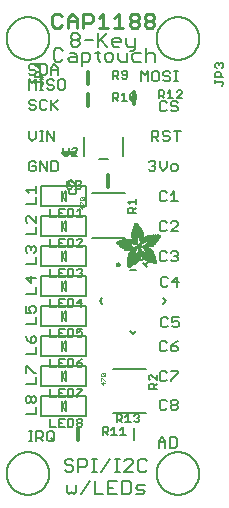
<source format=gbr>
G04 EAGLE Gerber RS-274X export*
G75*
%MOMM*%
%FSLAX34Y34*%
%LPD*%
%INSilkscreen Top*%
%IPPOS*%
%AMOC8*
5,1,8,0,0,1.08239X$1,22.5*%
G01*
%ADD10C,0.152400*%
%ADD11C,0.127000*%
%ADD12C,0.228600*%
%ADD13C,0.203200*%
%ADD14C,0.304800*%
%ADD15C,0.050800*%
%ADD16R,0.006300X0.050800*%
%ADD17R,0.006400X0.082600*%
%ADD18R,0.006300X0.120600*%
%ADD19R,0.006400X0.139700*%
%ADD20R,0.006300X0.158800*%
%ADD21R,0.006400X0.177800*%
%ADD22R,0.006300X0.196800*%
%ADD23R,0.006400X0.215900*%
%ADD24R,0.006300X0.228600*%
%ADD25R,0.006400X0.241300*%
%ADD26R,0.006300X0.254000*%
%ADD27R,0.006400X0.266700*%
%ADD28R,0.006300X0.279400*%
%ADD29R,0.006400X0.285700*%
%ADD30R,0.006300X0.298400*%
%ADD31R,0.006400X0.311200*%
%ADD32R,0.006300X0.317500*%
%ADD33R,0.006400X0.330200*%
%ADD34R,0.006300X0.336600*%
%ADD35R,0.006400X0.349200*%
%ADD36R,0.006300X0.361900*%
%ADD37R,0.006400X0.368300*%
%ADD38R,0.006300X0.381000*%
%ADD39R,0.006400X0.387300*%
%ADD40R,0.006300X0.393700*%
%ADD41R,0.006400X0.406400*%
%ADD42R,0.006300X0.412700*%
%ADD43R,0.006400X0.419100*%
%ADD44R,0.006300X0.431800*%
%ADD45R,0.006400X0.438100*%
%ADD46R,0.006300X0.450800*%
%ADD47R,0.006400X0.457200*%
%ADD48R,0.006300X0.463500*%
%ADD49R,0.006400X0.476200*%
%ADD50R,0.006300X0.482600*%
%ADD51R,0.006400X0.488900*%
%ADD52R,0.006300X0.501600*%
%ADD53R,0.006400X0.508000*%
%ADD54R,0.006300X0.514300*%
%ADD55R,0.006400X0.527000*%
%ADD56R,0.006300X0.533400*%
%ADD57R,0.006400X0.546100*%
%ADD58R,0.006300X0.552400*%
%ADD59R,0.006400X0.558800*%
%ADD60R,0.006300X0.571500*%
%ADD61R,0.006400X0.577800*%
%ADD62R,0.006300X0.584200*%
%ADD63R,0.006400X0.596900*%
%ADD64R,0.006300X0.603200*%
%ADD65R,0.006400X0.609600*%
%ADD66R,0.006300X0.622300*%
%ADD67R,0.006400X0.628600*%
%ADD68R,0.006300X0.641300*%
%ADD69R,0.006400X0.647700*%
%ADD70R,0.006300X0.063500*%
%ADD71R,0.006300X0.654000*%
%ADD72R,0.006400X0.101600*%
%ADD73R,0.006400X0.666700*%
%ADD74R,0.006300X0.139700*%
%ADD75R,0.006300X0.673100*%
%ADD76R,0.006400X0.165100*%
%ADD77R,0.006400X0.679400*%
%ADD78R,0.006300X0.196900*%
%ADD79R,0.006300X0.692100*%
%ADD80R,0.006400X0.222200*%
%ADD81R,0.006400X0.698500*%
%ADD82R,0.006300X0.247700*%
%ADD83R,0.006300X0.704800*%
%ADD84R,0.006400X0.279400*%
%ADD85R,0.006400X0.717500*%
%ADD86R,0.006300X0.298500*%
%ADD87R,0.006300X0.723900*%
%ADD88R,0.006400X0.736600*%
%ADD89R,0.006300X0.342900*%
%ADD90R,0.006300X0.742900*%
%ADD91R,0.006400X0.374700*%
%ADD92R,0.006400X0.749300*%
%ADD93R,0.006300X0.762000*%
%ADD94R,0.006400X0.412700*%
%ADD95R,0.006400X0.768300*%
%ADD96R,0.006300X0.438100*%
%ADD97R,0.006300X0.774700*%
%ADD98R,0.006400X0.463600*%
%ADD99R,0.006400X0.787400*%
%ADD100R,0.006300X0.793700*%
%ADD101R,0.006400X0.495300*%
%ADD102R,0.006400X0.800100*%
%ADD103R,0.006300X0.520700*%
%ADD104R,0.006300X0.812800*%
%ADD105R,0.006400X0.533400*%
%ADD106R,0.006400X0.819100*%
%ADD107R,0.006300X0.558800*%
%ADD108R,0.006300X0.825500*%
%ADD109R,0.006400X0.577900*%
%ADD110R,0.006400X0.831800*%
%ADD111R,0.006300X0.596900*%
%ADD112R,0.006300X0.844500*%
%ADD113R,0.006400X0.616000*%
%ADD114R,0.006400X0.850900*%
%ADD115R,0.006300X0.635000*%
%ADD116R,0.006300X0.857200*%
%ADD117R,0.006400X0.654100*%
%ADD118R,0.006400X0.863600*%
%ADD119R,0.006300X0.666700*%
%ADD120R,0.006300X0.869900*%
%ADD121R,0.006400X0.685800*%
%ADD122R,0.006400X0.876300*%
%ADD123R,0.006300X0.882600*%
%ADD124R,0.006400X0.723900*%
%ADD125R,0.006400X0.889000*%
%ADD126R,0.006300X0.895300*%
%ADD127R,0.006400X0.755700*%
%ADD128R,0.006400X0.901700*%
%ADD129R,0.006300X0.908000*%
%ADD130R,0.006400X0.793800*%
%ADD131R,0.006400X0.914400*%
%ADD132R,0.006300X0.806400*%
%ADD133R,0.006300X0.920700*%
%ADD134R,0.006400X0.825500*%
%ADD135R,0.006400X0.927100*%
%ADD136R,0.006300X0.933400*%
%ADD137R,0.006400X0.857300*%
%ADD138R,0.006400X0.939800*%
%ADD139R,0.006300X0.870000*%
%ADD140R,0.006300X0.939800*%
%ADD141R,0.006400X0.946100*%
%ADD142R,0.006300X0.952500*%
%ADD143R,0.006400X0.908000*%
%ADD144R,0.006400X0.958800*%
%ADD145R,0.006300X0.965200*%
%ADD146R,0.006400X0.965200*%
%ADD147R,0.006300X0.971500*%
%ADD148R,0.006400X0.952500*%
%ADD149R,0.006400X0.977900*%
%ADD150R,0.006300X0.958800*%
%ADD151R,0.006300X0.984200*%
%ADD152R,0.006400X0.971500*%
%ADD153R,0.006400X0.984200*%
%ADD154R,0.006300X0.990600*%
%ADD155R,0.006400X0.984300*%
%ADD156R,0.006400X0.996900*%
%ADD157R,0.006300X0.997000*%
%ADD158R,0.006300X0.996900*%
%ADD159R,0.006400X1.003300*%
%ADD160R,0.006300X1.016000*%
%ADD161R,0.006300X1.009600*%
%ADD162R,0.006400X1.016000*%
%ADD163R,0.006400X1.009600*%
%ADD164R,0.006300X1.022300*%
%ADD165R,0.006400X1.028700*%
%ADD166R,0.006300X1.035100*%
%ADD167R,0.006400X1.047800*%
%ADD168R,0.006300X1.054100*%
%ADD169R,0.006300X1.028700*%
%ADD170R,0.006400X1.054100*%
%ADD171R,0.006400X1.035000*%
%ADD172R,0.006300X1.060400*%
%ADD173R,0.006300X1.035000*%
%ADD174R,0.006400X1.060500*%
%ADD175R,0.006400X1.041400*%
%ADD176R,0.006300X1.066800*%
%ADD177R,0.006300X1.041400*%
%ADD178R,0.006400X1.079500*%
%ADD179R,0.006400X1.047700*%
%ADD180R,0.006300X1.085900*%
%ADD181R,0.006300X1.047700*%
%ADD182R,0.006400X1.085800*%
%ADD183R,0.006300X1.092200*%
%ADD184R,0.006400X1.085900*%
%ADD185R,0.006300X1.098600*%
%ADD186R,0.006400X1.098600*%
%ADD187R,0.006400X1.060400*%
%ADD188R,0.006300X1.104900*%
%ADD189R,0.006400X1.104900*%
%ADD190R,0.006400X1.066800*%
%ADD191R,0.006300X1.111200*%
%ADD192R,0.006400X1.117600*%
%ADD193R,0.006300X1.117600*%
%ADD194R,0.006300X1.073100*%
%ADD195R,0.006400X1.073100*%
%ADD196R,0.006300X1.124000*%
%ADD197R,0.006300X1.079500*%
%ADD198R,0.006400X1.123900*%
%ADD199R,0.006300X1.130300*%
%ADD200R,0.006400X1.130300*%
%ADD201R,0.006400X1.136700*%
%ADD202R,0.006300X1.136700*%
%ADD203R,0.006300X1.085800*%
%ADD204R,0.006400X1.136600*%
%ADD205R,0.006300X1.136600*%
%ADD206R,0.006400X1.143000*%
%ADD207R,0.006300X1.143000*%
%ADD208R,0.006300X1.149400*%
%ADD209R,0.006300X1.149300*%
%ADD210R,0.006400X1.149300*%
%ADD211R,0.006400X1.149400*%
%ADD212R,0.006400X1.155700*%
%ADD213R,0.006300X1.155700*%
%ADD214R,0.006300X1.060500*%
%ADD215R,0.006400X2.197100*%
%ADD216R,0.006300X2.197100*%
%ADD217R,0.006300X2.184400*%
%ADD218R,0.006400X2.184400*%
%ADD219R,0.006400X2.171700*%
%ADD220R,0.006300X2.171700*%
%ADD221R,0.006400X1.530300*%
%ADD222R,0.006300X1.505000*%
%ADD223R,0.006400X1.492300*%
%ADD224R,0.006300X1.485900*%
%ADD225R,0.006300X0.565200*%
%ADD226R,0.006400X1.473200*%
%ADD227R,0.006400X0.565200*%
%ADD228R,0.006300X1.460500*%
%ADD229R,0.006400X1.454100*%
%ADD230R,0.006400X0.552400*%
%ADD231R,0.006300X1.441500*%
%ADD232R,0.006300X0.546100*%
%ADD233R,0.006400X1.435100*%
%ADD234R,0.006400X0.539800*%
%ADD235R,0.006300X1.428800*%
%ADD236R,0.006400X1.422400*%
%ADD237R,0.006300X1.409700*%
%ADD238R,0.006300X0.527100*%
%ADD239R,0.006400X1.403300*%
%ADD240R,0.006400X0.527100*%
%ADD241R,0.006300X1.390700*%
%ADD242R,0.006400X1.384300*%
%ADD243R,0.006400X0.520700*%
%ADD244R,0.006300X1.384300*%
%ADD245R,0.006300X0.514400*%
%ADD246R,0.006400X1.371600*%
%ADD247R,0.006300X1.365200*%
%ADD248R,0.006300X0.508000*%
%ADD249R,0.006400X1.352600*%
%ADD250R,0.006400X0.501700*%
%ADD251R,0.006300X0.711200*%
%ADD252R,0.006300X0.603300*%
%ADD253R,0.006300X0.501700*%
%ADD254R,0.006400X0.692100*%
%ADD255R,0.006400X0.571500*%
%ADD256R,0.006300X0.679400*%
%ADD257R,0.006300X0.495300*%
%ADD258R,0.006400X0.673100*%
%ADD259R,0.006300X0.666800*%
%ADD260R,0.006300X0.488900*%
%ADD261R,0.006400X0.660400*%
%ADD262R,0.006400X0.482600*%
%ADD263R,0.006300X0.476200*%
%ADD264R,0.006400X0.654000*%
%ADD265R,0.006400X0.469900*%
%ADD266R,0.006400X0.476300*%
%ADD267R,0.006300X0.647700*%
%ADD268R,0.006300X0.457200*%
%ADD269R,0.006300X0.469900*%
%ADD270R,0.006400X0.641300*%
%ADD271R,0.006400X0.444500*%
%ADD272R,0.006300X0.463600*%
%ADD273R,0.006400X0.635000*%
%ADD274R,0.006400X0.463500*%
%ADD275R,0.006400X0.393700*%
%ADD276R,0.006400X0.450800*%
%ADD277R,0.006300X0.628600*%
%ADD278R,0.006300X0.387400*%
%ADD279R,0.006300X0.450900*%
%ADD280R,0.006400X0.628700*%
%ADD281R,0.006400X0.374600*%
%ADD282R,0.006300X0.368300*%
%ADD283R,0.006300X0.438200*%
%ADD284R,0.006400X0.622300*%
%ADD285R,0.006400X0.355600*%
%ADD286R,0.006400X0.431800*%
%ADD287R,0.006300X0.349300*%
%ADD288R,0.006300X0.425400*%
%ADD289R,0.006300X0.615900*%
%ADD290R,0.006300X0.330200*%
%ADD291R,0.006300X0.419100*%
%ADD292R,0.006300X0.616000*%
%ADD293R,0.006300X0.311200*%
%ADD294R,0.006300X0.406400*%
%ADD295R,0.006400X0.615900*%
%ADD296R,0.006400X0.304800*%
%ADD297R,0.006400X0.158800*%
%ADD298R,0.006300X0.609600*%
%ADD299R,0.006300X0.292100*%
%ADD300R,0.006300X0.235000*%
%ADD301R,0.006400X0.387400*%
%ADD302R,0.006400X0.292100*%
%ADD303R,0.006300X0.336500*%
%ADD304R,0.006300X0.260400*%
%ADD305R,0.006400X0.603300*%
%ADD306R,0.006400X0.260400*%
%ADD307R,0.006400X0.362000*%
%ADD308R,0.006400X0.450900*%
%ADD309R,0.006300X0.355600*%
%ADD310R,0.006400X0.342900*%
%ADD311R,0.006400X0.514300*%
%ADD312R,0.006300X0.234900*%
%ADD313R,0.006300X0.539700*%
%ADD314R,0.006400X0.603200*%
%ADD315R,0.006400X0.234900*%
%ADD316R,0.006400X0.920700*%
%ADD317R,0.006400X0.958900*%
%ADD318R,0.006300X0.215900*%
%ADD319R,0.006400X0.209600*%
%ADD320R,0.006300X0.203200*%
%ADD321R,0.006300X1.003300*%
%ADD322R,0.006400X0.203200*%
%ADD323R,0.006400X0.196900*%
%ADD324R,0.006300X0.190500*%
%ADD325R,0.006400X0.190500*%
%ADD326R,0.006300X0.184200*%
%ADD327R,0.006400X0.590500*%
%ADD328R,0.006400X0.184200*%
%ADD329R,0.006300X0.590500*%
%ADD330R,0.006300X0.177800*%
%ADD331R,0.006400X0.584200*%
%ADD332R,0.006400X1.168400*%
%ADD333R,0.006300X0.171500*%
%ADD334R,0.006300X1.187500*%
%ADD335R,0.006400X1.200100*%
%ADD336R,0.006300X0.577800*%
%ADD337R,0.006300X1.212900*%
%ADD338R,0.006400X1.231900*%
%ADD339R,0.006300X1.250900*%
%ADD340R,0.006400X0.565100*%
%ADD341R,0.006400X0.184100*%
%ADD342R,0.006400X1.263700*%
%ADD343R,0.006300X0.565100*%
%ADD344R,0.006300X1.289100*%
%ADD345R,0.006400X1.314400*%
%ADD346R,0.006300X0.552500*%
%ADD347R,0.006300X1.568500*%
%ADD348R,0.006400X0.552500*%
%ADD349R,0.006400X1.581200*%
%ADD350R,0.006300X1.593800*%
%ADD351R,0.006400X1.606500*%
%ADD352R,0.006300X1.619300*%
%ADD353R,0.006400X0.514400*%
%ADD354R,0.006400X1.638300*%
%ADD355R,0.006300X1.657300*%
%ADD356R,0.006400X2.209800*%
%ADD357R,0.006300X2.425700*%
%ADD358R,0.006400X2.470100*%
%ADD359R,0.006300X2.501900*%
%ADD360R,0.006400X2.533700*%
%ADD361R,0.006300X2.559000*%
%ADD362R,0.006400X2.584500*%
%ADD363R,0.006300X2.609900*%
%ADD364R,0.006400X2.628900*%
%ADD365R,0.006300X2.660600*%
%ADD366R,0.006400X2.673400*%
%ADD367R,0.006300X1.422400*%
%ADD368R,0.006300X1.200200*%
%ADD369R,0.006300X1.365300*%
%ADD370R,0.006400X1.365300*%
%ADD371R,0.006300X1.352500*%
%ADD372R,0.006300X1.098500*%
%ADD373R,0.006400X1.358900*%
%ADD374R,0.006300X1.352600*%
%ADD375R,0.006300X1.358900*%
%ADD376R,0.006300X1.371600*%
%ADD377R,0.006400X1.377900*%
%ADD378R,0.006400X1.397000*%
%ADD379R,0.006300X1.403300*%
%ADD380R,0.006300X0.914400*%
%ADD381R,0.006300X0.876300*%
%ADD382R,0.006300X0.374600*%
%ADD383R,0.006400X1.073200*%
%ADD384R,0.006300X0.374700*%
%ADD385R,0.006400X0.844600*%
%ADD386R,0.006300X0.844600*%
%ADD387R,0.006400X0.831900*%
%ADD388R,0.006400X1.092200*%
%ADD389R,0.006300X0.400000*%
%ADD390R,0.006400X0.819200*%
%ADD391R,0.006400X1.111300*%
%ADD392R,0.006400X0.812800*%
%ADD393R,0.006300X0.800100*%
%ADD394R,0.006300X0.476300*%
%ADD395R,0.006300X1.181100*%
%ADD396R,0.006400X0.501600*%
%ADD397R,0.006400X1.193800*%
%ADD398R,0.006400X0.781000*%
%ADD399R,0.006400X1.238200*%
%ADD400R,0.006300X0.781100*%
%ADD401R,0.006300X1.257300*%
%ADD402R,0.006400X1.295400*%
%ADD403R,0.006300X1.333500*%
%ADD404R,0.006400X0.774700*%
%ADD405R,0.006400X1.866900*%
%ADD406R,0.006300X0.209600*%
%ADD407R,0.006300X1.866900*%
%ADD408R,0.006400X0.768400*%
%ADD409R,0.006400X0.209500*%
%ADD410R,0.006400X1.860600*%
%ADD411R,0.006400X0.762000*%
%ADD412R,0.006300X0.768400*%
%ADD413R,0.006300X1.860600*%
%ADD414R,0.006400X1.860500*%
%ADD415R,0.006300X0.222300*%
%ADD416R,0.006300X1.854200*%
%ADD417R,0.006400X0.235000*%
%ADD418R,0.006400X1.854200*%
%ADD419R,0.006300X0.768300*%
%ADD420R,0.006400X0.260300*%
%ADD421R,0.006400X1.847800*%
%ADD422R,0.006300X0.266700*%
%ADD423R,0.006300X1.847800*%
%ADD424R,0.006400X0.273100*%
%ADD425R,0.006400X1.841500*%
%ADD426R,0.006300X0.285800*%
%ADD427R,0.006300X1.841500*%
%ADD428R,0.006400X0.298500*%
%ADD429R,0.006400X1.835100*%
%ADD430R,0.006300X0.781000*%
%ADD431R,0.006300X0.304800*%
%ADD432R,0.006300X1.835100*%
%ADD433R,0.006400X0.317500*%
%ADD434R,0.006400X1.828800*%
%ADD435R,0.006300X0.787400*%
%ADD436R,0.006300X0.323800*%
%ADD437R,0.006300X1.828800*%
%ADD438R,0.006400X0.793700*%
%ADD439R,0.006400X1.822400*%
%ADD440R,0.006300X0.806500*%
%ADD441R,0.006300X1.822400*%
%ADD442R,0.006400X1.816100*%
%ADD443R,0.006300X0.819100*%
%ADD444R,0.006300X0.387300*%
%ADD445R,0.006300X1.816100*%
%ADD446R,0.006400X1.809800*%
%ADD447R,0.006300X1.803400*%
%ADD448R,0.006400X1.797000*%
%ADD449R,0.006300X0.901700*%
%ADD450R,0.006300X1.797000*%
%ADD451R,0.006400X1.441400*%
%ADD452R,0.006400X1.790700*%
%ADD453R,0.006300X1.447800*%
%ADD454R,0.006300X1.784300*%
%ADD455R,0.006400X1.447800*%
%ADD456R,0.006400X1.784300*%
%ADD457R,0.006300X1.454100*%
%ADD458R,0.006300X1.771700*%
%ADD459R,0.006400X1.460500*%
%ADD460R,0.006400X1.759000*%
%ADD461R,0.006300X1.466800*%
%ADD462R,0.006300X1.752600*%
%ADD463R,0.006400X1.466800*%
%ADD464R,0.006400X1.739900*%
%ADD465R,0.006300X1.473200*%
%ADD466R,0.006300X1.727200*%
%ADD467R,0.006400X1.479500*%
%ADD468R,0.006400X1.714500*%
%ADD469R,0.006300X1.695400*%
%ADD470R,0.006400X1.485900*%
%ADD471R,0.006400X1.682700*%
%ADD472R,0.006300X1.492200*%
%ADD473R,0.006300X1.663700*%
%ADD474R,0.006400X1.498600*%
%ADD475R,0.006400X1.644600*%
%ADD476R,0.006300X1.498600*%
%ADD477R,0.006300X1.619200*%
%ADD478R,0.006400X1.511300*%
%ADD479R,0.006400X1.600200*%
%ADD480R,0.006300X1.517700*%
%ADD481R,0.006300X1.574800*%
%ADD482R,0.006400X1.524000*%
%ADD483R,0.006400X1.555800*%
%ADD484R,0.006300X1.524000*%
%ADD485R,0.006300X1.536700*%
%ADD486R,0.006400X1.530400*%
%ADD487R,0.006400X1.517700*%
%ADD488R,0.006300X1.492300*%
%ADD489R,0.006400X1.549400*%
%ADD490R,0.006400X1.479600*%
%ADD491R,0.006300X1.549400*%
%ADD492R,0.006400X1.555700*%
%ADD493R,0.006300X1.562100*%
%ADD494R,0.006300X0.323900*%
%ADD495R,0.006400X1.568400*%
%ADD496R,0.006400X0.336600*%
%ADD497R,0.006300X1.587500*%
%ADD498R,0.006300X0.971600*%
%ADD499R,0.006400X0.349300*%
%ADD500R,0.006300X1.600200*%
%ADD501R,0.006300X0.920800*%
%ADD502R,0.006400X0.882700*%
%ADD503R,0.006300X1.612900*%
%ADD504R,0.006300X0.362000*%
%ADD505R,0.006400X1.625600*%
%ADD506R,0.006300X1.625600*%
%ADD507R,0.006300X1.644600*%
%ADD508R,0.006300X0.736600*%
%ADD509R,0.006400X0.717600*%
%ADD510R,0.006300X1.657400*%
%ADD511R,0.006300X0.679500*%
%ADD512R,0.006400X1.663700*%
%ADD513R,0.006400X0.400000*%
%ADD514R,0.006300X1.676400*%
%ADD515R,0.006400X1.676400*%
%ADD516R,0.006400X0.425500*%
%ADD517R,0.006400X1.352500*%
%ADD518R,0.006300X0.444500*%
%ADD519R,0.006400X0.361900*%
%ADD520R,0.006300X0.088900*%
%ADD521R,0.006300X1.009700*%
%ADD522R,0.006400X1.009700*%
%ADD523R,0.006400X1.022300*%
%ADD524R,0.006400X1.346200*%
%ADD525R,0.006300X1.346200*%
%ADD526R,0.006400X1.339900*%
%ADD527R,0.006400X1.035100*%
%ADD528R,0.006300X1.339800*%
%ADD529R,0.006400X1.333500*%
%ADD530R,0.006400X1.327200*%
%ADD531R,0.006300X1.320800*%
%ADD532R,0.006400X1.314500*%
%ADD533R,0.006300X1.314400*%
%ADD534R,0.006400X1.301700*%
%ADD535R,0.006300X1.295400*%
%ADD536R,0.006400X1.289000*%
%ADD537R,0.006300X1.276300*%
%ADD538R,0.006300X1.251000*%
%ADD539R,0.006400X1.244600*%
%ADD540R,0.006300X1.231900*%
%ADD541R,0.006400X1.212800*%
%ADD542R,0.006300X1.200100*%
%ADD543R,0.006400X1.187400*%
%ADD544R,0.006300X1.168400*%
%ADD545R,0.006300X1.047800*%
%ADD546R,0.006300X0.977900*%
%ADD547R,0.006400X0.946200*%
%ADD548R,0.006400X0.933400*%
%ADD549R,0.006400X0.895300*%
%ADD550R,0.006300X0.882700*%
%ADD551R,0.006300X0.863600*%
%ADD552R,0.006400X0.857200*%
%ADD553R,0.006300X0.850900*%
%ADD554R,0.006300X0.838200*%
%ADD555R,0.006400X0.806500*%
%ADD556R,0.006300X0.717600*%
%ADD557R,0.006400X0.711200*%
%ADD558R,0.006400X0.641400*%
%ADD559R,0.006300X0.641400*%
%ADD560R,0.006300X0.628700*%
%ADD561R,0.006300X0.590600*%
%ADD562R,0.006400X0.539700*%
%ADD563R,0.006300X0.285700*%
%ADD564R,0.006300X0.222200*%
%ADD565R,0.006300X0.171400*%
%ADD566R,0.006400X0.152400*%
%ADD567R,0.006300X0.133400*%


D10*
X26162Y52592D02*
X29043Y52592D01*
X27603Y52592D02*
X27603Y61235D01*
X29043Y61235D02*
X26162Y61235D01*
X32399Y61235D02*
X32399Y52592D01*
X32399Y61235D02*
X36720Y61235D01*
X38161Y59795D01*
X38161Y56914D01*
X36720Y55473D01*
X32399Y55473D01*
X35280Y55473D02*
X38161Y52592D01*
X41754Y54033D02*
X41754Y59795D01*
X43195Y61235D01*
X46076Y61235D01*
X47516Y59795D01*
X47516Y54033D01*
X46076Y52592D01*
X43195Y52592D01*
X41754Y54033D01*
X44635Y55473D02*
X47516Y52592D01*
X26162Y309473D02*
X26162Y315235D01*
X26162Y309473D02*
X29043Y306592D01*
X31924Y309473D01*
X31924Y315235D01*
X35517Y306592D02*
X38398Y306592D01*
X36958Y306592D02*
X36958Y315235D01*
X38398Y315235D02*
X35517Y315235D01*
X41754Y315235D02*
X41754Y306592D01*
X47516Y306592D02*
X41754Y315235D01*
X47516Y315235D02*
X47516Y306592D01*
X127636Y288875D02*
X129077Y290315D01*
X131958Y290315D01*
X133399Y288875D01*
X133399Y287434D01*
X131958Y285994D01*
X130518Y285994D01*
X131958Y285994D02*
X133399Y284553D01*
X133399Y283113D01*
X131958Y281672D01*
X129077Y281672D01*
X127636Y283113D01*
X136992Y284553D02*
X136992Y290315D01*
X136992Y284553D02*
X139873Y281672D01*
X142754Y284553D01*
X142754Y290315D01*
X147787Y281672D02*
X150669Y281672D01*
X152109Y283113D01*
X152109Y285994D01*
X150669Y287434D01*
X147787Y287434D01*
X146347Y285994D01*
X146347Y283113D01*
X147787Y281672D01*
X130176Y307072D02*
X130176Y315715D01*
X134498Y315715D01*
X135939Y314275D01*
X135939Y311394D01*
X134498Y309953D01*
X130176Y309953D01*
X133058Y309953D02*
X135939Y307072D01*
X143853Y315715D02*
X145294Y314275D01*
X143853Y315715D02*
X140972Y315715D01*
X139532Y314275D01*
X139532Y312834D01*
X140972Y311394D01*
X143853Y311394D01*
X145294Y309953D01*
X145294Y308513D01*
X143853Y307072D01*
X140972Y307072D01*
X139532Y308513D01*
X151768Y307072D02*
X151768Y315715D01*
X148887Y315715D02*
X154649Y315715D01*
X141313Y264435D02*
X142754Y262995D01*
X141313Y264435D02*
X138432Y264435D01*
X136992Y262995D01*
X136992Y257233D01*
X138432Y255792D01*
X141313Y255792D01*
X142754Y257233D01*
X146347Y261554D02*
X149228Y264435D01*
X149228Y255792D01*
X146347Y255792D02*
X152109Y255792D01*
X141313Y239035D02*
X142754Y237595D01*
X141313Y239035D02*
X138432Y239035D01*
X136992Y237595D01*
X136992Y231833D01*
X138432Y230392D01*
X141313Y230392D01*
X142754Y231833D01*
X146347Y230392D02*
X152109Y230392D01*
X146347Y230392D02*
X152109Y236154D01*
X152109Y237595D01*
X150669Y239035D01*
X147787Y239035D01*
X146347Y237595D01*
X141313Y213635D02*
X142754Y212195D01*
X141313Y213635D02*
X138432Y213635D01*
X136992Y212195D01*
X136992Y206433D01*
X138432Y204992D01*
X141313Y204992D01*
X142754Y206433D01*
X146347Y212195D02*
X147787Y213635D01*
X150669Y213635D01*
X152109Y212195D01*
X152109Y210754D01*
X150669Y209314D01*
X149228Y209314D01*
X150669Y209314D02*
X152109Y207873D01*
X152109Y206433D01*
X150669Y204992D01*
X147787Y204992D01*
X146347Y206433D01*
X142313Y192045D02*
X143754Y190605D01*
X142313Y192045D02*
X139432Y192045D01*
X137992Y190605D01*
X137992Y184843D01*
X139432Y183402D01*
X142313Y183402D01*
X143754Y184843D01*
X151669Y183402D02*
X151669Y192045D01*
X147347Y187724D01*
X153109Y187724D01*
X142583Y157755D02*
X144024Y156315D01*
X142583Y157755D02*
X139702Y157755D01*
X138262Y156315D01*
X138262Y150553D01*
X139702Y149112D01*
X142583Y149112D01*
X144024Y150553D01*
X147617Y157755D02*
X153379Y157755D01*
X147617Y157755D02*
X147617Y153434D01*
X150498Y154874D01*
X151939Y154874D01*
X153379Y153434D01*
X153379Y150553D01*
X151939Y149112D01*
X149057Y149112D01*
X147617Y150553D01*
X141313Y137435D02*
X142754Y135995D01*
X141313Y137435D02*
X138432Y137435D01*
X136992Y135995D01*
X136992Y130233D01*
X138432Y128792D01*
X141313Y128792D01*
X142754Y130233D01*
X149228Y135995D02*
X152109Y137435D01*
X149228Y135995D02*
X146347Y133114D01*
X146347Y130233D01*
X147787Y128792D01*
X150669Y128792D01*
X152109Y130233D01*
X152109Y131673D01*
X150669Y133114D01*
X146347Y133114D01*
X141313Y112035D02*
X142754Y110595D01*
X141313Y112035D02*
X138432Y112035D01*
X136992Y110595D01*
X136992Y104833D01*
X138432Y103392D01*
X141313Y103392D01*
X142754Y104833D01*
X146347Y112035D02*
X152109Y112035D01*
X152109Y110595D01*
X146347Y104833D01*
X146347Y103392D01*
X141313Y87905D02*
X142754Y86465D01*
X141313Y87905D02*
X138432Y87905D01*
X136992Y86465D01*
X136992Y80703D01*
X138432Y79262D01*
X141313Y79262D01*
X142754Y80703D01*
X146347Y86465D02*
X147787Y87905D01*
X150669Y87905D01*
X152109Y86465D01*
X152109Y85024D01*
X150669Y83584D01*
X152109Y82143D01*
X152109Y80703D01*
X150669Y79262D01*
X147787Y79262D01*
X146347Y80703D01*
X146347Y82143D01*
X147787Y83584D01*
X146347Y85024D01*
X146347Y86465D01*
X147787Y83584D02*
X150669Y83584D01*
X136072Y53044D02*
X136072Y47282D01*
X136072Y53044D02*
X138953Y55925D01*
X141834Y53044D01*
X141834Y47282D01*
X141834Y51604D02*
X136072Y51604D01*
X145427Y55925D02*
X145427Y47282D01*
X149749Y47282D01*
X151189Y48723D01*
X151189Y54485D01*
X149749Y55925D01*
X145427Y55925D01*
X142754Y339195D02*
X141313Y340635D01*
X138432Y340635D01*
X136992Y339195D01*
X136992Y333433D01*
X138432Y331992D01*
X141313Y331992D01*
X142754Y333433D01*
X150669Y340635D02*
X152109Y339195D01*
X150669Y340635D02*
X147787Y340635D01*
X146347Y339195D01*
X146347Y337754D01*
X147787Y336314D01*
X150669Y336314D01*
X152109Y334873D01*
X152109Y333433D01*
X150669Y331992D01*
X147787Y331992D01*
X146347Y333433D01*
X121400Y357392D02*
X121400Y366035D01*
X124281Y363154D01*
X127162Y366035D01*
X127162Y357392D01*
X132195Y366035D02*
X135077Y366035D01*
X132195Y366035D02*
X130755Y364595D01*
X130755Y358833D01*
X132195Y357392D01*
X135077Y357392D01*
X136517Y358833D01*
X136517Y364595D01*
X135077Y366035D01*
X144432Y366035D02*
X145872Y364595D01*
X144432Y366035D02*
X141551Y366035D01*
X140110Y364595D01*
X140110Y363154D01*
X141551Y361714D01*
X144432Y361714D01*
X145872Y360273D01*
X145872Y358833D01*
X144432Y357392D01*
X141551Y357392D01*
X140110Y358833D01*
X149465Y357392D02*
X152346Y357392D01*
X150906Y357392D02*
X150906Y366035D01*
X152346Y366035D02*
X149465Y366035D01*
D11*
X31967Y370240D02*
X30484Y371723D01*
X27518Y371723D01*
X26035Y370240D01*
X26035Y368757D01*
X27518Y367274D01*
X30484Y367274D01*
X31967Y365791D01*
X31967Y364308D01*
X30484Y362825D01*
X27518Y362825D01*
X26035Y364308D01*
X35390Y362825D02*
X35390Y371723D01*
X35390Y362825D02*
X39839Y362825D01*
X41322Y364308D01*
X41322Y370240D01*
X39839Y371723D01*
X35390Y371723D01*
X44745Y368757D02*
X44745Y362825D01*
X44745Y368757D02*
X47711Y371723D01*
X50677Y368757D01*
X50677Y362825D01*
X50677Y367274D02*
X44745Y367274D01*
D10*
X30484Y341925D02*
X31924Y340485D01*
X30484Y341925D02*
X27603Y341925D01*
X26162Y340485D01*
X26162Y339044D01*
X27603Y337604D01*
X30484Y337604D01*
X31924Y336163D01*
X31924Y334723D01*
X30484Y333282D01*
X27603Y333282D01*
X26162Y334723D01*
X39839Y341925D02*
X41279Y340485D01*
X39839Y341925D02*
X36958Y341925D01*
X35517Y340485D01*
X35517Y334723D01*
X36958Y333282D01*
X39839Y333282D01*
X41279Y334723D01*
X44872Y333282D02*
X44872Y341925D01*
X44872Y336163D02*
X50635Y341925D01*
X46313Y337604D02*
X50635Y333282D01*
D12*
X53918Y412808D02*
X51927Y414799D01*
X47944Y414799D01*
X45953Y412808D01*
X45953Y404842D01*
X47944Y402851D01*
X51927Y402851D01*
X53918Y404842D01*
X59050Y402851D02*
X59050Y410816D01*
X63033Y414799D01*
X67015Y410816D01*
X67015Y402851D01*
X67015Y408825D02*
X59050Y408825D01*
X72147Y402851D02*
X72147Y414799D01*
X78121Y414799D01*
X80113Y412808D01*
X80113Y408825D01*
X78121Y406834D01*
X72147Y406834D01*
X85244Y410816D02*
X89227Y414799D01*
X89227Y402851D01*
X85244Y402851D02*
X93210Y402851D01*
X98342Y410816D02*
X102324Y414799D01*
X102324Y402851D01*
X98342Y402851D02*
X106307Y402851D01*
X111439Y412808D02*
X113430Y414799D01*
X117413Y414799D01*
X119404Y412808D01*
X119404Y410816D01*
X117413Y408825D01*
X119404Y406834D01*
X119404Y404842D01*
X117413Y402851D01*
X113430Y402851D01*
X111439Y404842D01*
X111439Y406834D01*
X113430Y408825D01*
X111439Y410816D01*
X111439Y412808D01*
X113430Y408825D02*
X117413Y408825D01*
X124536Y412808D02*
X126527Y414799D01*
X130510Y414799D01*
X132502Y412808D01*
X132502Y410816D01*
X130510Y408825D01*
X132502Y406834D01*
X132502Y404842D01*
X130510Y402851D01*
X126527Y402851D01*
X124536Y404842D01*
X124536Y406834D01*
X126527Y408825D01*
X124536Y410816D01*
X124536Y412808D01*
X126527Y408825D02*
X130510Y408825D01*
D11*
X32385Y253365D02*
X23487Y253365D01*
X32385Y253365D02*
X32385Y259297D01*
X26453Y262720D02*
X23487Y265686D01*
X32385Y265686D01*
X32385Y262720D02*
X32385Y268652D01*
X32385Y227965D02*
X23487Y227965D01*
X32385Y227965D02*
X32385Y233897D01*
X32385Y237320D02*
X32385Y243252D01*
X32385Y237320D02*
X26453Y243252D01*
X24970Y243252D01*
X23487Y241769D01*
X23487Y238803D01*
X24970Y237320D01*
X23487Y202565D02*
X32385Y202565D01*
X32385Y208497D01*
X24970Y211920D02*
X23487Y213403D01*
X23487Y216369D01*
X24970Y217852D01*
X26453Y217852D01*
X27936Y216369D01*
X27936Y214886D01*
X27936Y216369D02*
X29419Y217852D01*
X30902Y217852D01*
X32385Y216369D01*
X32385Y213403D01*
X30902Y211920D01*
X32385Y177165D02*
X23487Y177165D01*
X32385Y177165D02*
X32385Y183097D01*
X32385Y190969D02*
X23487Y190969D01*
X27936Y186520D01*
X27936Y192452D01*
X23487Y151765D02*
X32385Y151765D01*
X32385Y157697D01*
X23487Y161120D02*
X23487Y167052D01*
X23487Y161120D02*
X27936Y161120D01*
X26453Y164086D01*
X26453Y165569D01*
X27936Y167052D01*
X30902Y167052D01*
X32385Y165569D01*
X32385Y162603D01*
X30902Y161120D01*
X32385Y126365D02*
X23487Y126365D01*
X32385Y126365D02*
X32385Y132297D01*
X24970Y138686D02*
X23487Y141652D01*
X24970Y138686D02*
X27936Y135720D01*
X30902Y135720D01*
X32385Y137203D01*
X32385Y140169D01*
X30902Y141652D01*
X29419Y141652D01*
X27936Y140169D01*
X27936Y135720D01*
X23487Y100965D02*
X32385Y100965D01*
X32385Y106897D01*
X23487Y110320D02*
X23487Y116252D01*
X24970Y116252D01*
X30902Y110320D01*
X32385Y110320D01*
X32385Y75565D02*
X23487Y75565D01*
X32385Y75565D02*
X32385Y81497D01*
X24970Y84920D02*
X23487Y86403D01*
X23487Y89369D01*
X24970Y90852D01*
X26453Y90852D01*
X27936Y89369D01*
X29419Y90852D01*
X30902Y90852D01*
X32385Y89369D01*
X32385Y86403D01*
X30902Y84920D01*
X29419Y84920D01*
X27936Y86403D01*
X26453Y84920D01*
X24970Y84920D01*
X27936Y86403D02*
X27936Y89369D01*
D10*
X31924Y288395D02*
X30484Y289835D01*
X27603Y289835D01*
X26162Y288395D01*
X26162Y282633D01*
X27603Y281192D01*
X30484Y281192D01*
X31924Y282633D01*
X31924Y285514D01*
X29043Y285514D01*
X35517Y289835D02*
X35517Y281192D01*
X41279Y281192D02*
X35517Y289835D01*
X41279Y289835D02*
X41279Y281192D01*
X44872Y281192D02*
X44872Y289835D01*
X44872Y281192D02*
X49194Y281192D01*
X50635Y282633D01*
X50635Y288395D01*
X49194Y289835D01*
X44872Y289835D01*
D11*
X26035Y350125D02*
X26035Y359023D01*
X29001Y356057D01*
X31967Y359023D01*
X31967Y350125D01*
X35390Y350125D02*
X38356Y350125D01*
X36873Y350125D02*
X36873Y359023D01*
X35390Y359023D02*
X38356Y359023D01*
X46076Y359023D02*
X47559Y357540D01*
X46076Y359023D02*
X43110Y359023D01*
X41627Y357540D01*
X41627Y356057D01*
X43110Y354574D01*
X46076Y354574D01*
X47559Y353091D01*
X47559Y351608D01*
X46076Y350125D01*
X43110Y350125D01*
X41627Y351608D01*
X52465Y359023D02*
X55431Y359023D01*
X52465Y359023D02*
X50982Y357540D01*
X50982Y351608D01*
X52465Y350125D01*
X55431Y350125D01*
X56914Y351608D01*
X56914Y357540D01*
X55431Y359023D01*
D10*
X54832Y383463D02*
X52968Y385328D01*
X49239Y385328D01*
X47375Y383463D01*
X47375Y376006D01*
X49239Y374142D01*
X52968Y374142D01*
X54832Y376006D01*
X60933Y381599D02*
X64662Y381599D01*
X66526Y379735D01*
X66526Y374142D01*
X60933Y374142D01*
X59069Y376006D01*
X60933Y377871D01*
X66526Y377871D01*
X70763Y381599D02*
X70763Y370414D01*
X70763Y381599D02*
X76356Y381599D01*
X78220Y379735D01*
X78220Y376006D01*
X76356Y374142D01*
X70763Y374142D01*
X84321Y376006D02*
X84321Y383463D01*
X84321Y376006D02*
X86185Y374142D01*
X86185Y381599D02*
X82457Y381599D01*
X92117Y374142D02*
X95846Y374142D01*
X97710Y376006D01*
X97710Y379735D01*
X95846Y381599D01*
X92117Y381599D01*
X90253Y379735D01*
X90253Y376006D01*
X92117Y374142D01*
X101947Y376006D02*
X101947Y381599D01*
X101947Y376006D02*
X103811Y374142D01*
X109404Y374142D01*
X109404Y381599D01*
X115505Y381599D02*
X121098Y381599D01*
X115505Y381599D02*
X113641Y379735D01*
X113641Y376006D01*
X115505Y374142D01*
X121098Y374142D01*
X125335Y374142D02*
X125335Y385328D01*
X127199Y381599D02*
X125335Y379735D01*
X127199Y381599D02*
X130928Y381599D01*
X132792Y379735D01*
X132792Y374142D01*
X63561Y398028D02*
X61697Y396163D01*
X63561Y398028D02*
X67290Y398028D01*
X69154Y396163D01*
X69154Y394299D01*
X67290Y392435D01*
X69154Y390571D01*
X69154Y388706D01*
X67290Y386842D01*
X63561Y386842D01*
X61697Y388706D01*
X61697Y390571D01*
X63561Y392435D01*
X61697Y394299D01*
X61697Y396163D01*
X63561Y392435D02*
X67290Y392435D01*
X73391Y392435D02*
X80848Y392435D01*
X85085Y398028D02*
X85085Y386842D01*
X85085Y390571D02*
X92542Y398028D01*
X86949Y392435D02*
X92542Y386842D01*
X98643Y386842D02*
X102372Y386842D01*
X98643Y386842D02*
X96779Y388706D01*
X96779Y392435D01*
X98643Y394299D01*
X102372Y394299D01*
X104236Y392435D01*
X104236Y390571D01*
X96779Y390571D01*
X108473Y388706D02*
X108473Y394299D01*
X108473Y388706D02*
X110337Y386842D01*
X115930Y386842D01*
X115930Y384978D02*
X115930Y394299D01*
X115930Y384978D02*
X114066Y383114D01*
X112201Y383114D01*
X62034Y37983D02*
X63898Y36118D01*
X62034Y37983D02*
X58305Y37983D01*
X56441Y36118D01*
X56441Y34254D01*
X58305Y32390D01*
X62034Y32390D01*
X63898Y30526D01*
X63898Y28661D01*
X62034Y26797D01*
X58305Y26797D01*
X56441Y28661D01*
X68135Y26797D02*
X68135Y37983D01*
X73728Y37983D01*
X75592Y36118D01*
X75592Y32390D01*
X73728Y30526D01*
X68135Y30526D01*
X79829Y26797D02*
X83557Y26797D01*
X81693Y26797D02*
X81693Y37983D01*
X79829Y37983D02*
X83557Y37983D01*
X95082Y37983D02*
X87625Y26797D01*
X99319Y26797D02*
X103047Y26797D01*
X101183Y26797D02*
X101183Y37983D01*
X99319Y37983D02*
X103047Y37983D01*
X107115Y26797D02*
X114572Y26797D01*
X107115Y26797D02*
X114572Y34254D01*
X114572Y36118D01*
X112708Y37983D01*
X108979Y37983D01*
X107115Y36118D01*
X124402Y37983D02*
X126266Y36118D01*
X124402Y37983D02*
X120673Y37983D01*
X118809Y36118D01*
X118809Y28661D01*
X120673Y26797D01*
X124402Y26797D01*
X126266Y28661D01*
X58390Y15204D02*
X58390Y9611D01*
X60254Y7747D01*
X62119Y9611D01*
X63983Y7747D01*
X65847Y9611D01*
X65847Y15204D01*
X70084Y7747D02*
X77541Y18933D01*
X81778Y18933D02*
X81778Y7747D01*
X89235Y7747D01*
X93472Y18933D02*
X100929Y18933D01*
X93472Y18933D02*
X93472Y7747D01*
X100929Y7747D01*
X97200Y13340D02*
X93472Y13340D01*
X105166Y18933D02*
X105166Y7747D01*
X110759Y7747D01*
X112623Y9611D01*
X112623Y17068D01*
X110759Y18933D01*
X105166Y18933D01*
X116860Y7747D02*
X122453Y7747D01*
X124317Y9611D01*
X122453Y11476D01*
X118724Y11476D01*
X116860Y13340D01*
X118724Y15204D01*
X124317Y15204D01*
D13*
X114300Y143166D02*
X111825Y145641D01*
X114300Y143166D02*
X116775Y145641D01*
X88491Y168975D02*
X86016Y171450D01*
X88491Y173925D01*
X140109Y168975D02*
X142584Y171450D01*
X140109Y173925D01*
X116775Y197259D02*
X111825Y197259D01*
X100458Y201983D02*
X100460Y202054D01*
X100466Y202125D01*
X100476Y202196D01*
X100490Y202266D01*
X100508Y202335D01*
X100529Y202402D01*
X100555Y202469D01*
X100584Y202534D01*
X100616Y202597D01*
X100653Y202659D01*
X100692Y202718D01*
X100735Y202775D01*
X100781Y202829D01*
X100830Y202881D01*
X100882Y202930D01*
X100936Y202976D01*
X100993Y203019D01*
X101052Y203058D01*
X101114Y203095D01*
X101177Y203127D01*
X101242Y203156D01*
X101309Y203182D01*
X101376Y203203D01*
X101445Y203221D01*
X101515Y203235D01*
X101586Y203245D01*
X101657Y203251D01*
X101728Y203253D01*
X101799Y203251D01*
X101870Y203245D01*
X101941Y203235D01*
X102011Y203221D01*
X102080Y203203D01*
X102147Y203182D01*
X102214Y203156D01*
X102279Y203127D01*
X102342Y203095D01*
X102404Y203058D01*
X102463Y203019D01*
X102520Y202976D01*
X102574Y202930D01*
X102626Y202881D01*
X102675Y202829D01*
X102721Y202775D01*
X102764Y202718D01*
X102803Y202659D01*
X102840Y202597D01*
X102872Y202534D01*
X102901Y202469D01*
X102927Y202402D01*
X102948Y202335D01*
X102966Y202266D01*
X102980Y202196D01*
X102990Y202125D01*
X102996Y202054D01*
X102998Y201983D01*
X102996Y201912D01*
X102990Y201841D01*
X102980Y201770D01*
X102966Y201700D01*
X102948Y201631D01*
X102927Y201564D01*
X102901Y201497D01*
X102872Y201432D01*
X102840Y201369D01*
X102803Y201307D01*
X102764Y201248D01*
X102721Y201191D01*
X102675Y201137D01*
X102626Y201085D01*
X102574Y201036D01*
X102520Y200990D01*
X102463Y200947D01*
X102404Y200908D01*
X102342Y200871D01*
X102279Y200839D01*
X102214Y200810D01*
X102147Y200784D01*
X102080Y200763D01*
X102011Y200745D01*
X101941Y200731D01*
X101870Y200721D01*
X101799Y200715D01*
X101728Y200713D01*
X101657Y200715D01*
X101586Y200721D01*
X101515Y200731D01*
X101445Y200745D01*
X101376Y200763D01*
X101309Y200784D01*
X101242Y200810D01*
X101177Y200839D01*
X101114Y200871D01*
X101052Y200908D01*
X100993Y200947D01*
X100936Y200990D01*
X100882Y201036D01*
X100830Y201085D01*
X100781Y201137D01*
X100735Y201191D01*
X100692Y201248D01*
X100653Y201307D01*
X100616Y201369D01*
X100584Y201432D01*
X100555Y201497D01*
X100529Y201564D01*
X100508Y201631D01*
X100490Y201700D01*
X100476Y201770D01*
X100466Y201841D01*
X100460Y201912D01*
X100458Y201983D01*
D10*
X118631Y209352D02*
X122526Y213247D01*
X118631Y209352D02*
X118631Y207794D01*
X120189Y206236D01*
X121747Y206236D01*
X125642Y210131D01*
X126260Y206397D02*
X129376Y206397D01*
X124702Y201723D01*
X123145Y203281D02*
X126260Y200165D01*
D14*
X76260Y355070D02*
X76260Y365230D01*
D10*
X97342Y366252D02*
X97342Y359642D01*
X97342Y366252D02*
X100647Y366252D01*
X101748Y365150D01*
X101748Y362947D01*
X100647Y361845D01*
X97342Y361845D01*
X99545Y361845D02*
X101748Y359642D01*
X104826Y360744D02*
X105928Y359642D01*
X108131Y359642D01*
X109233Y360744D01*
X109233Y365150D01*
X108131Y366252D01*
X105928Y366252D01*
X104826Y365150D01*
X104826Y364048D01*
X105928Y362947D01*
X109233Y362947D01*
D14*
X76180Y346580D02*
X76180Y336420D01*
D10*
X97262Y340992D02*
X97262Y347602D01*
X100567Y347602D01*
X101668Y346500D01*
X101668Y344297D01*
X100567Y343195D01*
X97262Y343195D01*
X99465Y343195D02*
X101668Y340992D01*
X104746Y345398D02*
X106949Y347602D01*
X106949Y340992D01*
X104746Y340992D02*
X109153Y340992D01*
X112230Y342094D02*
X112230Y346500D01*
X113332Y347602D01*
X115535Y347602D01*
X116637Y346500D01*
X116637Y342094D01*
X115535Y340992D01*
X113332Y340992D01*
X112230Y342094D01*
X116637Y346500D01*
D14*
X67560Y63650D02*
X67560Y53490D01*
D10*
X88642Y58062D02*
X88642Y64672D01*
X91947Y64672D01*
X93048Y63570D01*
X93048Y61367D01*
X91947Y60265D01*
X88642Y60265D01*
X90845Y60265D02*
X93048Y58062D01*
X96126Y62468D02*
X98329Y64672D01*
X98329Y58062D01*
X96126Y58062D02*
X100533Y58062D01*
X103610Y62468D02*
X105814Y64672D01*
X105814Y58062D01*
X108017Y58062D02*
X103610Y58062D01*
D14*
X115320Y338470D02*
X115320Y348630D01*
D10*
X136402Y349652D02*
X136402Y343042D01*
X136402Y349652D02*
X139707Y349652D01*
X140808Y348550D01*
X140808Y346347D01*
X139707Y345245D01*
X136402Y345245D01*
X138605Y345245D02*
X140808Y343042D01*
X143886Y347448D02*
X146089Y349652D01*
X146089Y343042D01*
X143886Y343042D02*
X148293Y343042D01*
X151370Y343042D02*
X155777Y343042D01*
X155777Y347448D02*
X151370Y343042D01*
X155777Y347448D02*
X155777Y348550D01*
X154675Y349652D01*
X152472Y349652D01*
X151370Y348550D01*
D13*
X115570Y63500D02*
X115570Y53340D01*
D10*
X100457Y68707D02*
X100457Y75317D01*
X103762Y75317D01*
X104863Y74215D01*
X104863Y72012D01*
X103762Y70910D01*
X100457Y70910D01*
X102660Y70910D02*
X104863Y68707D01*
X107941Y73113D02*
X110144Y75317D01*
X110144Y68707D01*
X107941Y68707D02*
X112348Y68707D01*
X115425Y74215D02*
X116527Y75317D01*
X118730Y75317D01*
X119832Y74215D01*
X119832Y73113D01*
X118730Y72012D01*
X117629Y72012D01*
X118730Y72012D02*
X119832Y70910D01*
X119832Y69809D01*
X118730Y68707D01*
X116527Y68707D01*
X115425Y69809D01*
D13*
X105960Y293920D02*
X105960Y309920D01*
X72960Y309920D02*
X72960Y293920D01*
X85460Y291420D02*
X93460Y291420D01*
D10*
X55474Y295656D02*
X55474Y301164D01*
X55474Y295656D02*
X56575Y294554D01*
X58779Y294554D01*
X59880Y295656D01*
X59880Y301164D01*
X62958Y294554D02*
X67364Y294554D01*
X62958Y294554D02*
X67364Y298960D01*
X67364Y300062D01*
X66263Y301164D01*
X64059Y301164D01*
X62958Y300062D01*
D14*
X65460Y296510D02*
X55300Y296510D01*
D10*
X60968Y266390D02*
X59866Y265289D01*
X59866Y263085D01*
X60968Y261984D01*
X65374Y261984D01*
X66476Y263085D01*
X66476Y265289D01*
X65374Y266390D01*
X66476Y269468D02*
X66476Y273874D01*
X66476Y269468D02*
X62070Y273874D01*
X60968Y273874D01*
X59866Y272773D01*
X59866Y270569D01*
X60968Y269468D01*
D14*
X93040Y267620D02*
X93040Y277780D01*
D10*
X62920Y272112D02*
X61819Y273214D01*
X59615Y273214D01*
X58514Y272112D01*
X58514Y267706D01*
X59615Y266604D01*
X61819Y266604D01*
X62920Y267706D01*
X65998Y272112D02*
X67099Y273214D01*
X69303Y273214D01*
X70404Y272112D01*
X70404Y271010D01*
X69303Y269909D01*
X68201Y269909D01*
X69303Y269909D02*
X70404Y268807D01*
X70404Y267706D01*
X69303Y266604D01*
X67099Y266604D01*
X65998Y267706D01*
D13*
X53880Y260350D02*
X53880Y256350D01*
X53880Y260350D02*
X53880Y264350D01*
X53880Y260350D02*
X57880Y256350D01*
X57880Y264350D01*
X53880Y260350D01*
X74880Y268850D02*
X74880Y251850D01*
X36880Y251850D01*
X36880Y268850D01*
X74880Y268850D01*
D10*
X44485Y249434D02*
X44485Y242824D01*
X48892Y242824D01*
X51970Y249434D02*
X56376Y249434D01*
X51970Y249434D02*
X51970Y242824D01*
X56376Y242824D01*
X54173Y246129D02*
X51970Y246129D01*
X59454Y249434D02*
X59454Y242824D01*
X62759Y242824D01*
X63860Y243926D01*
X63860Y248332D01*
X62759Y249434D01*
X59454Y249434D01*
X66938Y247230D02*
X69141Y249434D01*
X69141Y242824D01*
X66938Y242824D02*
X71344Y242824D01*
D13*
X53880Y234950D02*
X53880Y230950D01*
X53880Y234950D02*
X53880Y238950D01*
X53880Y234950D02*
X57880Y230950D01*
X57880Y238950D01*
X53880Y234950D01*
X74880Y243450D02*
X74880Y226450D01*
X36880Y226450D01*
X36880Y243450D01*
X74880Y243450D01*
D10*
X44485Y224034D02*
X44485Y217424D01*
X48892Y217424D01*
X51970Y224034D02*
X56376Y224034D01*
X51970Y224034D02*
X51970Y217424D01*
X56376Y217424D01*
X54173Y220729D02*
X51970Y220729D01*
X59454Y224034D02*
X59454Y217424D01*
X62759Y217424D01*
X63860Y218526D01*
X63860Y222932D01*
X62759Y224034D01*
X59454Y224034D01*
X66938Y217424D02*
X71344Y217424D01*
X66938Y217424D02*
X71344Y221830D01*
X71344Y222932D01*
X70243Y224034D01*
X68039Y224034D01*
X66938Y222932D01*
D13*
X53880Y209550D02*
X53880Y205550D01*
X53880Y209550D02*
X53880Y213550D01*
X53880Y209550D02*
X57880Y205550D01*
X57880Y213550D01*
X53880Y209550D01*
X74880Y218050D02*
X74880Y201050D01*
X36880Y201050D01*
X36880Y218050D01*
X74880Y218050D01*
D10*
X44485Y198634D02*
X44485Y192024D01*
X48892Y192024D01*
X51970Y198634D02*
X56376Y198634D01*
X51970Y198634D02*
X51970Y192024D01*
X56376Y192024D01*
X54173Y195329D02*
X51970Y195329D01*
X59454Y198634D02*
X59454Y192024D01*
X62759Y192024D01*
X63860Y193126D01*
X63860Y197532D01*
X62759Y198634D01*
X59454Y198634D01*
X66938Y197532D02*
X68039Y198634D01*
X70243Y198634D01*
X71344Y197532D01*
X71344Y196430D01*
X70243Y195329D01*
X69141Y195329D01*
X70243Y195329D02*
X71344Y194227D01*
X71344Y193126D01*
X70243Y192024D01*
X68039Y192024D01*
X66938Y193126D01*
D13*
X53880Y184150D02*
X53880Y180150D01*
X53880Y184150D02*
X53880Y188150D01*
X53880Y184150D02*
X57880Y180150D01*
X57880Y188150D01*
X53880Y184150D01*
X74880Y192650D02*
X74880Y175650D01*
X36880Y175650D01*
X36880Y192650D01*
X74880Y192650D01*
D10*
X44485Y173234D02*
X44485Y166624D01*
X48892Y166624D01*
X51970Y173234D02*
X56376Y173234D01*
X51970Y173234D02*
X51970Y166624D01*
X56376Y166624D01*
X54173Y169929D02*
X51970Y169929D01*
X59454Y173234D02*
X59454Y166624D01*
X62759Y166624D01*
X63860Y167726D01*
X63860Y172132D01*
X62759Y173234D01*
X59454Y173234D01*
X70243Y173234D02*
X70243Y166624D01*
X66938Y169929D02*
X70243Y173234D01*
X71344Y169929D02*
X66938Y169929D01*
D13*
X53880Y158750D02*
X53880Y154750D01*
X53880Y158750D02*
X53880Y162750D01*
X53880Y158750D02*
X57880Y154750D01*
X57880Y162750D01*
X53880Y158750D01*
X74880Y167250D02*
X74880Y150250D01*
X36880Y150250D01*
X36880Y167250D01*
X74880Y167250D01*
D10*
X44485Y147834D02*
X44485Y141224D01*
X48892Y141224D01*
X51970Y147834D02*
X56376Y147834D01*
X51970Y147834D02*
X51970Y141224D01*
X56376Y141224D01*
X54173Y144529D02*
X51970Y144529D01*
X59454Y147834D02*
X59454Y141224D01*
X62759Y141224D01*
X63860Y142326D01*
X63860Y146732D01*
X62759Y147834D01*
X59454Y147834D01*
X66938Y147834D02*
X71344Y147834D01*
X66938Y147834D02*
X66938Y144529D01*
X69141Y145630D01*
X70243Y145630D01*
X71344Y144529D01*
X71344Y142326D01*
X70243Y141224D01*
X68039Y141224D01*
X66938Y142326D01*
D13*
X53880Y133350D02*
X53880Y129350D01*
X53880Y133350D02*
X53880Y137350D01*
X53880Y133350D02*
X57880Y129350D01*
X57880Y137350D01*
X53880Y133350D01*
X74880Y141850D02*
X74880Y124850D01*
X36880Y124850D01*
X36880Y141850D01*
X74880Y141850D01*
D10*
X44485Y122434D02*
X44485Y115824D01*
X48892Y115824D01*
X51970Y122434D02*
X56376Y122434D01*
X51970Y122434D02*
X51970Y115824D01*
X56376Y115824D01*
X54173Y119129D02*
X51970Y119129D01*
X59454Y122434D02*
X59454Y115824D01*
X62759Y115824D01*
X63860Y116926D01*
X63860Y121332D01*
X62759Y122434D01*
X59454Y122434D01*
X69141Y121332D02*
X71344Y122434D01*
X69141Y121332D02*
X66938Y119129D01*
X66938Y116926D01*
X68039Y115824D01*
X70243Y115824D01*
X71344Y116926D01*
X71344Y118027D01*
X70243Y119129D01*
X66938Y119129D01*
D13*
X53880Y107950D02*
X53880Y103950D01*
X53880Y107950D02*
X53880Y111950D01*
X53880Y107950D02*
X57880Y103950D01*
X57880Y111950D01*
X53880Y107950D01*
X74880Y116450D02*
X74880Y99450D01*
X36880Y99450D01*
X36880Y116450D01*
X74880Y116450D01*
D10*
X44485Y97034D02*
X44485Y90424D01*
X48892Y90424D01*
X51970Y97034D02*
X56376Y97034D01*
X51970Y97034D02*
X51970Y90424D01*
X56376Y90424D01*
X54173Y93729D02*
X51970Y93729D01*
X59454Y97034D02*
X59454Y90424D01*
X62759Y90424D01*
X63860Y91526D01*
X63860Y95932D01*
X62759Y97034D01*
X59454Y97034D01*
X66938Y97034D02*
X71344Y97034D01*
X71344Y95932D01*
X66938Y91526D01*
X66938Y90424D01*
D13*
X53880Y82550D02*
X53880Y78550D01*
X53880Y82550D02*
X53880Y86550D01*
X53880Y82550D02*
X57880Y78550D01*
X57880Y86550D01*
X53880Y82550D01*
X74880Y91050D02*
X74880Y74050D01*
X36880Y74050D01*
X36880Y91050D01*
X74880Y91050D01*
D10*
X44485Y71634D02*
X44485Y65024D01*
X48892Y65024D01*
X51970Y71634D02*
X56376Y71634D01*
X51970Y71634D02*
X51970Y65024D01*
X56376Y65024D01*
X54173Y68329D02*
X51970Y68329D01*
X59454Y71634D02*
X59454Y65024D01*
X62759Y65024D01*
X63860Y66126D01*
X63860Y70532D01*
X62759Y71634D01*
X59454Y71634D01*
X66938Y70532D02*
X68039Y71634D01*
X70243Y71634D01*
X71344Y70532D01*
X71344Y69430D01*
X70243Y68329D01*
X71344Y67227D01*
X71344Y66126D01*
X70243Y65024D01*
X68039Y65024D01*
X66938Y66126D01*
X66938Y67227D01*
X68039Y68329D01*
X66938Y69430D01*
X66938Y70532D01*
X68039Y68329D02*
X70243Y68329D01*
D13*
X79240Y225160D02*
X107240Y225160D01*
X107240Y263160D02*
X79240Y263160D01*
D10*
X109996Y245954D02*
X116606Y245954D01*
X109996Y245954D02*
X109996Y249259D01*
X111098Y250360D01*
X113301Y250360D01*
X114403Y249259D01*
X114403Y245954D01*
X114403Y248157D02*
X116606Y250360D01*
X112200Y253438D02*
X109996Y255641D01*
X116606Y255641D01*
X116606Y253438D02*
X116606Y257844D01*
D15*
X73050Y250967D02*
X69491Y250967D01*
X71271Y249188D01*
X71271Y251560D01*
X69491Y252930D02*
X69491Y255303D01*
X70084Y255303D01*
X72457Y252930D01*
X73050Y252930D01*
X72457Y256672D02*
X70084Y256672D01*
X69491Y257265D01*
X69491Y258451D01*
X70084Y259045D01*
X72457Y259045D01*
X73050Y258451D01*
X73050Y257265D01*
X72457Y256672D01*
X70084Y259045D01*
D13*
X97020Y76210D02*
X125020Y76210D01*
X125020Y114210D02*
X97020Y114210D01*
D10*
X127776Y97004D02*
X134386Y97004D01*
X127776Y97004D02*
X127776Y100309D01*
X128878Y101410D01*
X131081Y101410D01*
X132183Y100309D01*
X132183Y97004D01*
X132183Y99207D02*
X134386Y101410D01*
X134386Y104488D02*
X134386Y108894D01*
X134386Y104488D02*
X129980Y108894D01*
X128878Y108894D01*
X127776Y107793D01*
X127776Y105589D01*
X128878Y104488D01*
D15*
X90830Y102017D02*
X87271Y102017D01*
X89051Y100238D01*
X89051Y102610D01*
X87271Y103980D02*
X87271Y106353D01*
X87864Y106353D01*
X90237Y103980D01*
X90830Y103980D01*
X90237Y107722D02*
X87864Y107722D01*
X87271Y108315D01*
X87271Y109501D01*
X87864Y110095D01*
X90237Y110095D01*
X90830Y109501D01*
X90830Y108315D01*
X90237Y107722D01*
X87864Y110095D01*
D10*
X189652Y353722D02*
X190754Y354823D01*
X190754Y355925D01*
X189652Y357026D01*
X184144Y357026D01*
X184144Y355925D02*
X184144Y358128D01*
X184144Y361206D02*
X190754Y361206D01*
X184144Y361206D02*
X184144Y364511D01*
X185246Y365612D01*
X187449Y365612D01*
X188551Y364511D01*
X188551Y361206D01*
X185246Y368690D02*
X184144Y369791D01*
X184144Y371995D01*
X185246Y373096D01*
X186348Y373096D01*
X187449Y371995D01*
X187449Y370893D01*
X187449Y371995D02*
X188551Y373096D01*
X189652Y373096D01*
X190754Y371995D01*
X190754Y369791D01*
X189652Y368690D01*
X38354Y354823D02*
X37252Y353722D01*
X38354Y354823D02*
X38354Y355925D01*
X37252Y357026D01*
X31744Y357026D01*
X31744Y355925D02*
X31744Y358128D01*
X31744Y361206D02*
X38354Y361206D01*
X31744Y361206D02*
X31744Y364511D01*
X32846Y365612D01*
X35049Y365612D01*
X36151Y364511D01*
X36151Y361206D01*
X38354Y371995D02*
X31744Y371995D01*
X35049Y368690D01*
X35049Y373096D01*
D13*
X7400Y25400D02*
X7405Y25842D01*
X7422Y26283D01*
X7449Y26724D01*
X7487Y27164D01*
X7535Y27603D01*
X7595Y28041D01*
X7665Y28477D01*
X7746Y28912D01*
X7837Y29344D01*
X7939Y29774D01*
X8052Y30201D01*
X8175Y30625D01*
X8308Y31046D01*
X8452Y31464D01*
X8606Y31878D01*
X8770Y32288D01*
X8944Y32694D01*
X9128Y33096D01*
X9322Y33493D01*
X9525Y33885D01*
X9738Y34272D01*
X9961Y34654D01*
X10193Y35030D01*
X10434Y35400D01*
X10683Y35765D01*
X10942Y36123D01*
X11210Y36474D01*
X11486Y36819D01*
X11770Y37157D01*
X12063Y37488D01*
X12364Y37812D01*
X12672Y38128D01*
X12988Y38436D01*
X13312Y38737D01*
X13643Y39030D01*
X13981Y39314D01*
X14326Y39590D01*
X14677Y39858D01*
X15035Y40117D01*
X15400Y40366D01*
X15770Y40607D01*
X16146Y40839D01*
X16528Y41062D01*
X16915Y41275D01*
X17307Y41478D01*
X17704Y41672D01*
X18106Y41856D01*
X18512Y42030D01*
X18922Y42194D01*
X19336Y42348D01*
X19754Y42492D01*
X20175Y42625D01*
X20599Y42748D01*
X21026Y42861D01*
X21456Y42963D01*
X21888Y43054D01*
X22323Y43135D01*
X22759Y43205D01*
X23197Y43265D01*
X23636Y43313D01*
X24076Y43351D01*
X24517Y43378D01*
X24958Y43395D01*
X25400Y43400D01*
X25842Y43395D01*
X26283Y43378D01*
X26724Y43351D01*
X27164Y43313D01*
X27603Y43265D01*
X28041Y43205D01*
X28477Y43135D01*
X28912Y43054D01*
X29344Y42963D01*
X29774Y42861D01*
X30201Y42748D01*
X30625Y42625D01*
X31046Y42492D01*
X31464Y42348D01*
X31878Y42194D01*
X32288Y42030D01*
X32694Y41856D01*
X33096Y41672D01*
X33493Y41478D01*
X33885Y41275D01*
X34272Y41062D01*
X34654Y40839D01*
X35030Y40607D01*
X35400Y40366D01*
X35765Y40117D01*
X36123Y39858D01*
X36474Y39590D01*
X36819Y39314D01*
X37157Y39030D01*
X37488Y38737D01*
X37812Y38436D01*
X38128Y38128D01*
X38436Y37812D01*
X38737Y37488D01*
X39030Y37157D01*
X39314Y36819D01*
X39590Y36474D01*
X39858Y36123D01*
X40117Y35765D01*
X40366Y35400D01*
X40607Y35030D01*
X40839Y34654D01*
X41062Y34272D01*
X41275Y33885D01*
X41478Y33493D01*
X41672Y33096D01*
X41856Y32694D01*
X42030Y32288D01*
X42194Y31878D01*
X42348Y31464D01*
X42492Y31046D01*
X42625Y30625D01*
X42748Y30201D01*
X42861Y29774D01*
X42963Y29344D01*
X43054Y28912D01*
X43135Y28477D01*
X43205Y28041D01*
X43265Y27603D01*
X43313Y27164D01*
X43351Y26724D01*
X43378Y26283D01*
X43395Y25842D01*
X43400Y25400D01*
X43395Y24958D01*
X43378Y24517D01*
X43351Y24076D01*
X43313Y23636D01*
X43265Y23197D01*
X43205Y22759D01*
X43135Y22323D01*
X43054Y21888D01*
X42963Y21456D01*
X42861Y21026D01*
X42748Y20599D01*
X42625Y20175D01*
X42492Y19754D01*
X42348Y19336D01*
X42194Y18922D01*
X42030Y18512D01*
X41856Y18106D01*
X41672Y17704D01*
X41478Y17307D01*
X41275Y16915D01*
X41062Y16528D01*
X40839Y16146D01*
X40607Y15770D01*
X40366Y15400D01*
X40117Y15035D01*
X39858Y14677D01*
X39590Y14326D01*
X39314Y13981D01*
X39030Y13643D01*
X38737Y13312D01*
X38436Y12988D01*
X38128Y12672D01*
X37812Y12364D01*
X37488Y12063D01*
X37157Y11770D01*
X36819Y11486D01*
X36474Y11210D01*
X36123Y10942D01*
X35765Y10683D01*
X35400Y10434D01*
X35030Y10193D01*
X34654Y9961D01*
X34272Y9738D01*
X33885Y9525D01*
X33493Y9322D01*
X33096Y9128D01*
X32694Y8944D01*
X32288Y8770D01*
X31878Y8606D01*
X31464Y8452D01*
X31046Y8308D01*
X30625Y8175D01*
X30201Y8052D01*
X29774Y7939D01*
X29344Y7837D01*
X28912Y7746D01*
X28477Y7665D01*
X28041Y7595D01*
X27603Y7535D01*
X27164Y7487D01*
X26724Y7449D01*
X26283Y7422D01*
X25842Y7405D01*
X25400Y7400D01*
X24958Y7405D01*
X24517Y7422D01*
X24076Y7449D01*
X23636Y7487D01*
X23197Y7535D01*
X22759Y7595D01*
X22323Y7665D01*
X21888Y7746D01*
X21456Y7837D01*
X21026Y7939D01*
X20599Y8052D01*
X20175Y8175D01*
X19754Y8308D01*
X19336Y8452D01*
X18922Y8606D01*
X18512Y8770D01*
X18106Y8944D01*
X17704Y9128D01*
X17307Y9322D01*
X16915Y9525D01*
X16528Y9738D01*
X16146Y9961D01*
X15770Y10193D01*
X15400Y10434D01*
X15035Y10683D01*
X14677Y10942D01*
X14326Y11210D01*
X13981Y11486D01*
X13643Y11770D01*
X13312Y12063D01*
X12988Y12364D01*
X12672Y12672D01*
X12364Y12988D01*
X12063Y13312D01*
X11770Y13643D01*
X11486Y13981D01*
X11210Y14326D01*
X10942Y14677D01*
X10683Y15035D01*
X10434Y15400D01*
X10193Y15770D01*
X9961Y16146D01*
X9738Y16528D01*
X9525Y16915D01*
X9322Y17307D01*
X9128Y17704D01*
X8944Y18106D01*
X8770Y18512D01*
X8606Y18922D01*
X8452Y19336D01*
X8308Y19754D01*
X8175Y20175D01*
X8052Y20599D01*
X7939Y21026D01*
X7837Y21456D01*
X7746Y21888D01*
X7665Y22323D01*
X7595Y22759D01*
X7535Y23197D01*
X7487Y23636D01*
X7449Y24076D01*
X7422Y24517D01*
X7405Y24958D01*
X7400Y25400D01*
X134400Y25400D02*
X134405Y25842D01*
X134422Y26283D01*
X134449Y26724D01*
X134487Y27164D01*
X134535Y27603D01*
X134595Y28041D01*
X134665Y28477D01*
X134746Y28912D01*
X134837Y29344D01*
X134939Y29774D01*
X135052Y30201D01*
X135175Y30625D01*
X135308Y31046D01*
X135452Y31464D01*
X135606Y31878D01*
X135770Y32288D01*
X135944Y32694D01*
X136128Y33096D01*
X136322Y33493D01*
X136525Y33885D01*
X136738Y34272D01*
X136961Y34654D01*
X137193Y35030D01*
X137434Y35400D01*
X137683Y35765D01*
X137942Y36123D01*
X138210Y36474D01*
X138486Y36819D01*
X138770Y37157D01*
X139063Y37488D01*
X139364Y37812D01*
X139672Y38128D01*
X139988Y38436D01*
X140312Y38737D01*
X140643Y39030D01*
X140981Y39314D01*
X141326Y39590D01*
X141677Y39858D01*
X142035Y40117D01*
X142400Y40366D01*
X142770Y40607D01*
X143146Y40839D01*
X143528Y41062D01*
X143915Y41275D01*
X144307Y41478D01*
X144704Y41672D01*
X145106Y41856D01*
X145512Y42030D01*
X145922Y42194D01*
X146336Y42348D01*
X146754Y42492D01*
X147175Y42625D01*
X147599Y42748D01*
X148026Y42861D01*
X148456Y42963D01*
X148888Y43054D01*
X149323Y43135D01*
X149759Y43205D01*
X150197Y43265D01*
X150636Y43313D01*
X151076Y43351D01*
X151517Y43378D01*
X151958Y43395D01*
X152400Y43400D01*
X152842Y43395D01*
X153283Y43378D01*
X153724Y43351D01*
X154164Y43313D01*
X154603Y43265D01*
X155041Y43205D01*
X155477Y43135D01*
X155912Y43054D01*
X156344Y42963D01*
X156774Y42861D01*
X157201Y42748D01*
X157625Y42625D01*
X158046Y42492D01*
X158464Y42348D01*
X158878Y42194D01*
X159288Y42030D01*
X159694Y41856D01*
X160096Y41672D01*
X160493Y41478D01*
X160885Y41275D01*
X161272Y41062D01*
X161654Y40839D01*
X162030Y40607D01*
X162400Y40366D01*
X162765Y40117D01*
X163123Y39858D01*
X163474Y39590D01*
X163819Y39314D01*
X164157Y39030D01*
X164488Y38737D01*
X164812Y38436D01*
X165128Y38128D01*
X165436Y37812D01*
X165737Y37488D01*
X166030Y37157D01*
X166314Y36819D01*
X166590Y36474D01*
X166858Y36123D01*
X167117Y35765D01*
X167366Y35400D01*
X167607Y35030D01*
X167839Y34654D01*
X168062Y34272D01*
X168275Y33885D01*
X168478Y33493D01*
X168672Y33096D01*
X168856Y32694D01*
X169030Y32288D01*
X169194Y31878D01*
X169348Y31464D01*
X169492Y31046D01*
X169625Y30625D01*
X169748Y30201D01*
X169861Y29774D01*
X169963Y29344D01*
X170054Y28912D01*
X170135Y28477D01*
X170205Y28041D01*
X170265Y27603D01*
X170313Y27164D01*
X170351Y26724D01*
X170378Y26283D01*
X170395Y25842D01*
X170400Y25400D01*
X170395Y24958D01*
X170378Y24517D01*
X170351Y24076D01*
X170313Y23636D01*
X170265Y23197D01*
X170205Y22759D01*
X170135Y22323D01*
X170054Y21888D01*
X169963Y21456D01*
X169861Y21026D01*
X169748Y20599D01*
X169625Y20175D01*
X169492Y19754D01*
X169348Y19336D01*
X169194Y18922D01*
X169030Y18512D01*
X168856Y18106D01*
X168672Y17704D01*
X168478Y17307D01*
X168275Y16915D01*
X168062Y16528D01*
X167839Y16146D01*
X167607Y15770D01*
X167366Y15400D01*
X167117Y15035D01*
X166858Y14677D01*
X166590Y14326D01*
X166314Y13981D01*
X166030Y13643D01*
X165737Y13312D01*
X165436Y12988D01*
X165128Y12672D01*
X164812Y12364D01*
X164488Y12063D01*
X164157Y11770D01*
X163819Y11486D01*
X163474Y11210D01*
X163123Y10942D01*
X162765Y10683D01*
X162400Y10434D01*
X162030Y10193D01*
X161654Y9961D01*
X161272Y9738D01*
X160885Y9525D01*
X160493Y9322D01*
X160096Y9128D01*
X159694Y8944D01*
X159288Y8770D01*
X158878Y8606D01*
X158464Y8452D01*
X158046Y8308D01*
X157625Y8175D01*
X157201Y8052D01*
X156774Y7939D01*
X156344Y7837D01*
X155912Y7746D01*
X155477Y7665D01*
X155041Y7595D01*
X154603Y7535D01*
X154164Y7487D01*
X153724Y7449D01*
X153283Y7422D01*
X152842Y7405D01*
X152400Y7400D01*
X151958Y7405D01*
X151517Y7422D01*
X151076Y7449D01*
X150636Y7487D01*
X150197Y7535D01*
X149759Y7595D01*
X149323Y7665D01*
X148888Y7746D01*
X148456Y7837D01*
X148026Y7939D01*
X147599Y8052D01*
X147175Y8175D01*
X146754Y8308D01*
X146336Y8452D01*
X145922Y8606D01*
X145512Y8770D01*
X145106Y8944D01*
X144704Y9128D01*
X144307Y9322D01*
X143915Y9525D01*
X143528Y9738D01*
X143146Y9961D01*
X142770Y10193D01*
X142400Y10434D01*
X142035Y10683D01*
X141677Y10942D01*
X141326Y11210D01*
X140981Y11486D01*
X140643Y11770D01*
X140312Y12063D01*
X139988Y12364D01*
X139672Y12672D01*
X139364Y12988D01*
X139063Y13312D01*
X138770Y13643D01*
X138486Y13981D01*
X138210Y14326D01*
X137942Y14677D01*
X137683Y15035D01*
X137434Y15400D01*
X137193Y15770D01*
X136961Y16146D01*
X136738Y16528D01*
X136525Y16915D01*
X136322Y17307D01*
X136128Y17704D01*
X135944Y18106D01*
X135770Y18512D01*
X135606Y18922D01*
X135452Y19336D01*
X135308Y19754D01*
X135175Y20175D01*
X135052Y20599D01*
X134939Y21026D01*
X134837Y21456D01*
X134746Y21888D01*
X134665Y22323D01*
X134595Y22759D01*
X134535Y23197D01*
X134487Y23636D01*
X134449Y24076D01*
X134422Y24517D01*
X134405Y24958D01*
X134400Y25400D01*
X7400Y393700D02*
X7405Y394142D01*
X7422Y394583D01*
X7449Y395024D01*
X7487Y395464D01*
X7535Y395903D01*
X7595Y396341D01*
X7665Y396777D01*
X7746Y397212D01*
X7837Y397644D01*
X7939Y398074D01*
X8052Y398501D01*
X8175Y398925D01*
X8308Y399346D01*
X8452Y399764D01*
X8606Y400178D01*
X8770Y400588D01*
X8944Y400994D01*
X9128Y401396D01*
X9322Y401793D01*
X9525Y402185D01*
X9738Y402572D01*
X9961Y402954D01*
X10193Y403330D01*
X10434Y403700D01*
X10683Y404065D01*
X10942Y404423D01*
X11210Y404774D01*
X11486Y405119D01*
X11770Y405457D01*
X12063Y405788D01*
X12364Y406112D01*
X12672Y406428D01*
X12988Y406736D01*
X13312Y407037D01*
X13643Y407330D01*
X13981Y407614D01*
X14326Y407890D01*
X14677Y408158D01*
X15035Y408417D01*
X15400Y408666D01*
X15770Y408907D01*
X16146Y409139D01*
X16528Y409362D01*
X16915Y409575D01*
X17307Y409778D01*
X17704Y409972D01*
X18106Y410156D01*
X18512Y410330D01*
X18922Y410494D01*
X19336Y410648D01*
X19754Y410792D01*
X20175Y410925D01*
X20599Y411048D01*
X21026Y411161D01*
X21456Y411263D01*
X21888Y411354D01*
X22323Y411435D01*
X22759Y411505D01*
X23197Y411565D01*
X23636Y411613D01*
X24076Y411651D01*
X24517Y411678D01*
X24958Y411695D01*
X25400Y411700D01*
X25842Y411695D01*
X26283Y411678D01*
X26724Y411651D01*
X27164Y411613D01*
X27603Y411565D01*
X28041Y411505D01*
X28477Y411435D01*
X28912Y411354D01*
X29344Y411263D01*
X29774Y411161D01*
X30201Y411048D01*
X30625Y410925D01*
X31046Y410792D01*
X31464Y410648D01*
X31878Y410494D01*
X32288Y410330D01*
X32694Y410156D01*
X33096Y409972D01*
X33493Y409778D01*
X33885Y409575D01*
X34272Y409362D01*
X34654Y409139D01*
X35030Y408907D01*
X35400Y408666D01*
X35765Y408417D01*
X36123Y408158D01*
X36474Y407890D01*
X36819Y407614D01*
X37157Y407330D01*
X37488Y407037D01*
X37812Y406736D01*
X38128Y406428D01*
X38436Y406112D01*
X38737Y405788D01*
X39030Y405457D01*
X39314Y405119D01*
X39590Y404774D01*
X39858Y404423D01*
X40117Y404065D01*
X40366Y403700D01*
X40607Y403330D01*
X40839Y402954D01*
X41062Y402572D01*
X41275Y402185D01*
X41478Y401793D01*
X41672Y401396D01*
X41856Y400994D01*
X42030Y400588D01*
X42194Y400178D01*
X42348Y399764D01*
X42492Y399346D01*
X42625Y398925D01*
X42748Y398501D01*
X42861Y398074D01*
X42963Y397644D01*
X43054Y397212D01*
X43135Y396777D01*
X43205Y396341D01*
X43265Y395903D01*
X43313Y395464D01*
X43351Y395024D01*
X43378Y394583D01*
X43395Y394142D01*
X43400Y393700D01*
X43395Y393258D01*
X43378Y392817D01*
X43351Y392376D01*
X43313Y391936D01*
X43265Y391497D01*
X43205Y391059D01*
X43135Y390623D01*
X43054Y390188D01*
X42963Y389756D01*
X42861Y389326D01*
X42748Y388899D01*
X42625Y388475D01*
X42492Y388054D01*
X42348Y387636D01*
X42194Y387222D01*
X42030Y386812D01*
X41856Y386406D01*
X41672Y386004D01*
X41478Y385607D01*
X41275Y385215D01*
X41062Y384828D01*
X40839Y384446D01*
X40607Y384070D01*
X40366Y383700D01*
X40117Y383335D01*
X39858Y382977D01*
X39590Y382626D01*
X39314Y382281D01*
X39030Y381943D01*
X38737Y381612D01*
X38436Y381288D01*
X38128Y380972D01*
X37812Y380664D01*
X37488Y380363D01*
X37157Y380070D01*
X36819Y379786D01*
X36474Y379510D01*
X36123Y379242D01*
X35765Y378983D01*
X35400Y378734D01*
X35030Y378493D01*
X34654Y378261D01*
X34272Y378038D01*
X33885Y377825D01*
X33493Y377622D01*
X33096Y377428D01*
X32694Y377244D01*
X32288Y377070D01*
X31878Y376906D01*
X31464Y376752D01*
X31046Y376608D01*
X30625Y376475D01*
X30201Y376352D01*
X29774Y376239D01*
X29344Y376137D01*
X28912Y376046D01*
X28477Y375965D01*
X28041Y375895D01*
X27603Y375835D01*
X27164Y375787D01*
X26724Y375749D01*
X26283Y375722D01*
X25842Y375705D01*
X25400Y375700D01*
X24958Y375705D01*
X24517Y375722D01*
X24076Y375749D01*
X23636Y375787D01*
X23197Y375835D01*
X22759Y375895D01*
X22323Y375965D01*
X21888Y376046D01*
X21456Y376137D01*
X21026Y376239D01*
X20599Y376352D01*
X20175Y376475D01*
X19754Y376608D01*
X19336Y376752D01*
X18922Y376906D01*
X18512Y377070D01*
X18106Y377244D01*
X17704Y377428D01*
X17307Y377622D01*
X16915Y377825D01*
X16528Y378038D01*
X16146Y378261D01*
X15770Y378493D01*
X15400Y378734D01*
X15035Y378983D01*
X14677Y379242D01*
X14326Y379510D01*
X13981Y379786D01*
X13643Y380070D01*
X13312Y380363D01*
X12988Y380664D01*
X12672Y380972D01*
X12364Y381288D01*
X12063Y381612D01*
X11770Y381943D01*
X11486Y382281D01*
X11210Y382626D01*
X10942Y382977D01*
X10683Y383335D01*
X10434Y383700D01*
X10193Y384070D01*
X9961Y384446D01*
X9738Y384828D01*
X9525Y385215D01*
X9322Y385607D01*
X9128Y386004D01*
X8944Y386406D01*
X8770Y386812D01*
X8606Y387222D01*
X8452Y387636D01*
X8308Y388054D01*
X8175Y388475D01*
X8052Y388899D01*
X7939Y389326D01*
X7837Y389756D01*
X7746Y390188D01*
X7665Y390623D01*
X7595Y391059D01*
X7535Y391497D01*
X7487Y391936D01*
X7449Y392376D01*
X7422Y392817D01*
X7405Y393258D01*
X7400Y393700D01*
X134400Y393700D02*
X134405Y394142D01*
X134422Y394583D01*
X134449Y395024D01*
X134487Y395464D01*
X134535Y395903D01*
X134595Y396341D01*
X134665Y396777D01*
X134746Y397212D01*
X134837Y397644D01*
X134939Y398074D01*
X135052Y398501D01*
X135175Y398925D01*
X135308Y399346D01*
X135452Y399764D01*
X135606Y400178D01*
X135770Y400588D01*
X135944Y400994D01*
X136128Y401396D01*
X136322Y401793D01*
X136525Y402185D01*
X136738Y402572D01*
X136961Y402954D01*
X137193Y403330D01*
X137434Y403700D01*
X137683Y404065D01*
X137942Y404423D01*
X138210Y404774D01*
X138486Y405119D01*
X138770Y405457D01*
X139063Y405788D01*
X139364Y406112D01*
X139672Y406428D01*
X139988Y406736D01*
X140312Y407037D01*
X140643Y407330D01*
X140981Y407614D01*
X141326Y407890D01*
X141677Y408158D01*
X142035Y408417D01*
X142400Y408666D01*
X142770Y408907D01*
X143146Y409139D01*
X143528Y409362D01*
X143915Y409575D01*
X144307Y409778D01*
X144704Y409972D01*
X145106Y410156D01*
X145512Y410330D01*
X145922Y410494D01*
X146336Y410648D01*
X146754Y410792D01*
X147175Y410925D01*
X147599Y411048D01*
X148026Y411161D01*
X148456Y411263D01*
X148888Y411354D01*
X149323Y411435D01*
X149759Y411505D01*
X150197Y411565D01*
X150636Y411613D01*
X151076Y411651D01*
X151517Y411678D01*
X151958Y411695D01*
X152400Y411700D01*
X152842Y411695D01*
X153283Y411678D01*
X153724Y411651D01*
X154164Y411613D01*
X154603Y411565D01*
X155041Y411505D01*
X155477Y411435D01*
X155912Y411354D01*
X156344Y411263D01*
X156774Y411161D01*
X157201Y411048D01*
X157625Y410925D01*
X158046Y410792D01*
X158464Y410648D01*
X158878Y410494D01*
X159288Y410330D01*
X159694Y410156D01*
X160096Y409972D01*
X160493Y409778D01*
X160885Y409575D01*
X161272Y409362D01*
X161654Y409139D01*
X162030Y408907D01*
X162400Y408666D01*
X162765Y408417D01*
X163123Y408158D01*
X163474Y407890D01*
X163819Y407614D01*
X164157Y407330D01*
X164488Y407037D01*
X164812Y406736D01*
X165128Y406428D01*
X165436Y406112D01*
X165737Y405788D01*
X166030Y405457D01*
X166314Y405119D01*
X166590Y404774D01*
X166858Y404423D01*
X167117Y404065D01*
X167366Y403700D01*
X167607Y403330D01*
X167839Y402954D01*
X168062Y402572D01*
X168275Y402185D01*
X168478Y401793D01*
X168672Y401396D01*
X168856Y400994D01*
X169030Y400588D01*
X169194Y400178D01*
X169348Y399764D01*
X169492Y399346D01*
X169625Y398925D01*
X169748Y398501D01*
X169861Y398074D01*
X169963Y397644D01*
X170054Y397212D01*
X170135Y396777D01*
X170205Y396341D01*
X170265Y395903D01*
X170313Y395464D01*
X170351Y395024D01*
X170378Y394583D01*
X170395Y394142D01*
X170400Y393700D01*
X170395Y393258D01*
X170378Y392817D01*
X170351Y392376D01*
X170313Y391936D01*
X170265Y391497D01*
X170205Y391059D01*
X170135Y390623D01*
X170054Y390188D01*
X169963Y389756D01*
X169861Y389326D01*
X169748Y388899D01*
X169625Y388475D01*
X169492Y388054D01*
X169348Y387636D01*
X169194Y387222D01*
X169030Y386812D01*
X168856Y386406D01*
X168672Y386004D01*
X168478Y385607D01*
X168275Y385215D01*
X168062Y384828D01*
X167839Y384446D01*
X167607Y384070D01*
X167366Y383700D01*
X167117Y383335D01*
X166858Y382977D01*
X166590Y382626D01*
X166314Y382281D01*
X166030Y381943D01*
X165737Y381612D01*
X165436Y381288D01*
X165128Y380972D01*
X164812Y380664D01*
X164488Y380363D01*
X164157Y380070D01*
X163819Y379786D01*
X163474Y379510D01*
X163123Y379242D01*
X162765Y378983D01*
X162400Y378734D01*
X162030Y378493D01*
X161654Y378261D01*
X161272Y378038D01*
X160885Y377825D01*
X160493Y377622D01*
X160096Y377428D01*
X159694Y377244D01*
X159288Y377070D01*
X158878Y376906D01*
X158464Y376752D01*
X158046Y376608D01*
X157625Y376475D01*
X157201Y376352D01*
X156774Y376239D01*
X156344Y376137D01*
X155912Y376046D01*
X155477Y375965D01*
X155041Y375895D01*
X154603Y375835D01*
X154164Y375787D01*
X153724Y375749D01*
X153283Y375722D01*
X152842Y375705D01*
X152400Y375700D01*
X151958Y375705D01*
X151517Y375722D01*
X151076Y375749D01*
X150636Y375787D01*
X150197Y375835D01*
X149759Y375895D01*
X149323Y375965D01*
X148888Y376046D01*
X148456Y376137D01*
X148026Y376239D01*
X147599Y376352D01*
X147175Y376475D01*
X146754Y376608D01*
X146336Y376752D01*
X145922Y376906D01*
X145512Y377070D01*
X145106Y377244D01*
X144704Y377428D01*
X144307Y377622D01*
X143915Y377825D01*
X143528Y378038D01*
X143146Y378261D01*
X142770Y378493D01*
X142400Y378734D01*
X142035Y378983D01*
X141677Y379242D01*
X141326Y379510D01*
X140981Y379786D01*
X140643Y380070D01*
X140312Y380363D01*
X139988Y380664D01*
X139672Y380972D01*
X139364Y381288D01*
X139063Y381612D01*
X138770Y381943D01*
X138486Y382281D01*
X138210Y382626D01*
X137942Y382977D01*
X137683Y383335D01*
X137434Y383700D01*
X137193Y384070D01*
X136961Y384446D01*
X136738Y384828D01*
X136525Y385215D01*
X136322Y385607D01*
X136128Y386004D01*
X135944Y386406D01*
X135770Y386812D01*
X135606Y387222D01*
X135452Y387636D01*
X135308Y388054D01*
X135175Y388475D01*
X135052Y388899D01*
X134939Y389326D01*
X134837Y389756D01*
X134746Y390188D01*
X134665Y390623D01*
X134595Y391059D01*
X134535Y391497D01*
X134487Y391936D01*
X134449Y392376D01*
X134422Y392817D01*
X134405Y393258D01*
X134400Y393700D01*
D16*
X138240Y226028D03*
D17*
X138176Y226060D03*
D18*
X138113Y226060D03*
D19*
X138049Y226029D03*
D20*
X137986Y226060D03*
D21*
X137922Y226028D03*
D22*
X137859Y226060D03*
D23*
X137795Y226029D03*
D24*
X137732Y226028D03*
D25*
X137668Y225965D03*
D26*
X137605Y225965D03*
D27*
X137541Y225902D03*
D28*
X137478Y225901D03*
D29*
X137414Y225870D03*
D30*
X137351Y225806D03*
D31*
X137287Y225806D03*
D32*
X137224Y225775D03*
D33*
X137160Y225711D03*
D34*
X137097Y225679D03*
D35*
X137033Y225679D03*
D36*
X136970Y225616D03*
D37*
X136906Y225584D03*
D38*
X136843Y225520D03*
D39*
X136779Y225489D03*
D40*
X136716Y225457D03*
D41*
X136652Y225393D03*
D42*
X136589Y225362D03*
D43*
X136525Y225330D03*
D44*
X136462Y225266D03*
D45*
X136398Y225235D03*
D46*
X136335Y225171D03*
D47*
X136271Y225139D03*
D48*
X136208Y225108D03*
D49*
X136144Y225044D03*
D50*
X136081Y225012D03*
D51*
X136017Y224981D03*
D52*
X135954Y224917D03*
D53*
X135890Y224885D03*
D54*
X135827Y224854D03*
D55*
X135763Y224790D03*
D56*
X135700Y224758D03*
D57*
X135636Y224695D03*
D58*
X135573Y224663D03*
D59*
X135509Y224631D03*
D60*
X135446Y224568D03*
D61*
X135382Y224536D03*
D62*
X135319Y224504D03*
D63*
X135255Y224441D03*
D64*
X135192Y224409D03*
D65*
X135128Y224377D03*
D66*
X135065Y224314D03*
D67*
X135001Y224282D03*
D68*
X134938Y224219D03*
D69*
X134874Y224187D03*
D70*
X134811Y204375D03*
D71*
X134811Y224155D03*
D72*
X134747Y204375D03*
D73*
X134747Y224092D03*
D74*
X134684Y204439D03*
D75*
X134684Y224060D03*
D76*
X134620Y204502D03*
D77*
X134620Y224028D03*
D78*
X134557Y204534D03*
D79*
X134557Y223965D03*
D80*
X134493Y204597D03*
D81*
X134493Y223933D03*
D82*
X134430Y204661D03*
D83*
X134430Y223901D03*
D84*
X134366Y204756D03*
D85*
X134366Y223838D03*
D86*
X134303Y204788D03*
D87*
X134303Y223806D03*
D33*
X134239Y204883D03*
D88*
X134239Y223742D03*
D89*
X134176Y204947D03*
D90*
X134176Y223711D03*
D91*
X134112Y205042D03*
D92*
X134112Y223679D03*
D40*
X134049Y205137D03*
D93*
X134049Y223615D03*
D94*
X133985Y205169D03*
D95*
X133985Y223584D03*
D96*
X133922Y205296D03*
D97*
X133922Y223552D03*
D98*
X133858Y205359D03*
D99*
X133858Y223488D03*
D50*
X133795Y205454D03*
D100*
X133795Y223457D03*
D101*
X133731Y205518D03*
D102*
X133731Y223425D03*
D103*
X133668Y205645D03*
D104*
X133668Y223361D03*
D105*
X133604Y205708D03*
D106*
X133604Y223330D03*
D107*
X133541Y205835D03*
D108*
X133541Y223298D03*
D109*
X133477Y205931D03*
D110*
X133477Y223266D03*
D111*
X133414Y206026D03*
D112*
X133414Y223203D03*
D113*
X133350Y206121D03*
D114*
X133350Y223171D03*
D115*
X133287Y206216D03*
D116*
X133287Y223139D03*
D117*
X133223Y206312D03*
D118*
X133223Y223107D03*
D119*
X133160Y206439D03*
D120*
X133160Y223076D03*
D121*
X133096Y206534D03*
D122*
X133096Y223044D03*
D83*
X133033Y206629D03*
D123*
X133033Y223012D03*
D124*
X132969Y206725D03*
D125*
X132969Y222980D03*
D90*
X132906Y206820D03*
D126*
X132906Y222949D03*
D127*
X132842Y206947D03*
D128*
X132842Y222917D03*
D97*
X132779Y207042D03*
D129*
X132779Y222885D03*
D130*
X132715Y207137D03*
D131*
X132715Y222853D03*
D132*
X132652Y207264D03*
D133*
X132652Y222822D03*
D134*
X132588Y207360D03*
D135*
X132588Y222790D03*
D112*
X132525Y207455D03*
D136*
X132525Y222758D03*
D137*
X132461Y207582D03*
D138*
X132461Y222726D03*
D139*
X132398Y207645D03*
D140*
X132398Y222726D03*
D125*
X132334Y207740D03*
D141*
X132334Y222695D03*
D126*
X132271Y207836D03*
D142*
X132271Y222663D03*
D143*
X132207Y207899D03*
D144*
X132207Y222631D03*
D133*
X132144Y207963D03*
D145*
X132144Y222599D03*
D135*
X132080Y208058D03*
D146*
X132080Y222599D03*
D140*
X132017Y208121D03*
D147*
X132017Y222568D03*
D148*
X131953Y208185D03*
D149*
X131953Y222536D03*
D150*
X131890Y208280D03*
D151*
X131890Y222504D03*
D152*
X131826Y208344D03*
D153*
X131826Y222504D03*
D151*
X131763Y208407D03*
D154*
X131763Y222472D03*
D155*
X131699Y208471D03*
D156*
X131699Y222441D03*
D157*
X131636Y208534D03*
D158*
X131636Y222441D03*
D159*
X131572Y208566D03*
X131572Y222409D03*
D160*
X131509Y208629D03*
D161*
X131509Y222377D03*
D162*
X131445Y208693D03*
D163*
X131445Y222377D03*
D164*
X131382Y208725D03*
D160*
X131382Y222345D03*
D165*
X131318Y208820D03*
D162*
X131318Y222345D03*
D166*
X131255Y208852D03*
D164*
X131255Y222314D03*
D167*
X131191Y208915D03*
D165*
X131191Y222282D03*
D168*
X131128Y208947D03*
D169*
X131128Y222282D03*
D170*
X131064Y209011D03*
D171*
X131064Y222250D03*
D172*
X131001Y209042D03*
D173*
X131001Y222250D03*
D174*
X130937Y209106D03*
D175*
X130937Y222218D03*
D176*
X130874Y209137D03*
D177*
X130874Y222218D03*
D178*
X130810Y209201D03*
D179*
X130810Y222187D03*
D180*
X130747Y209233D03*
D181*
X130747Y222187D03*
D182*
X130683Y209296D03*
D170*
X130683Y222155D03*
D183*
X130620Y209328D03*
D168*
X130620Y222155D03*
D184*
X130556Y209360D03*
D170*
X130556Y222155D03*
D185*
X130493Y209423D03*
D172*
X130493Y222123D03*
D186*
X130429Y209423D03*
D187*
X130429Y222123D03*
D188*
X130366Y209455D03*
D176*
X130366Y222091D03*
D189*
X130302Y209519D03*
D190*
X130302Y222091D03*
D191*
X130239Y209550D03*
D176*
X130239Y222091D03*
D192*
X130175Y209582D03*
D190*
X130175Y222091D03*
D193*
X130112Y209645D03*
D194*
X130112Y222060D03*
D192*
X130048Y209645D03*
D195*
X130048Y222060D03*
D196*
X129985Y209677D03*
D197*
X129985Y222028D03*
D198*
X129921Y209741D03*
D178*
X129921Y222028D03*
D199*
X129858Y209773D03*
D197*
X129858Y222028D03*
D200*
X129794Y209773D03*
D178*
X129794Y222028D03*
D199*
X129731Y209836D03*
D197*
X129731Y222028D03*
D201*
X129667Y209868D03*
D182*
X129667Y221996D03*
D202*
X129604Y209868D03*
D203*
X129604Y221996D03*
D204*
X129540Y209931D03*
D178*
X129540Y221965D03*
D205*
X129477Y209931D03*
D197*
X129477Y221965D03*
D206*
X129413Y209963D03*
D184*
X129413Y221933D03*
D207*
X129350Y210026D03*
D180*
X129350Y221933D03*
D206*
X129286Y210026D03*
D184*
X129286Y221933D03*
D208*
X129223Y210058D03*
D180*
X129223Y221933D03*
D206*
X129159Y210090D03*
D184*
X129159Y221933D03*
D209*
X129096Y210122D03*
D180*
X129096Y221933D03*
D210*
X129032Y210122D03*
D184*
X129032Y221933D03*
D208*
X128969Y210185D03*
D180*
X128969Y221933D03*
D211*
X128905Y210185D03*
D184*
X128905Y221933D03*
D208*
X128842Y210185D03*
D203*
X128842Y221869D03*
D210*
X128778Y210249D03*
D182*
X128778Y221869D03*
D209*
X128715Y210249D03*
D203*
X128715Y221869D03*
D212*
X128651Y210281D03*
D182*
X128651Y221869D03*
D208*
X128588Y210312D03*
D203*
X128588Y221869D03*
D211*
X128524Y210312D03*
D182*
X128524Y221869D03*
D213*
X128461Y210344D03*
D203*
X128461Y221869D03*
D210*
X128397Y210376D03*
D182*
X128397Y221869D03*
D209*
X128334Y210376D03*
D197*
X128334Y221838D03*
D212*
X128270Y210408D03*
D178*
X128270Y221838D03*
D208*
X128207Y210439D03*
D197*
X128207Y221838D03*
D211*
X128143Y210439D03*
D178*
X128143Y221838D03*
D208*
X128080Y210439D03*
D197*
X128080Y221838D03*
D210*
X128016Y210503D03*
D195*
X128016Y221806D03*
D209*
X127953Y210503D03*
D194*
X127953Y221806D03*
D210*
X127889Y210503D03*
D190*
X127889Y221837D03*
D208*
X127826Y210566D03*
D176*
X127826Y221837D03*
D211*
X127762Y210566D03*
D190*
X127762Y221837D03*
D208*
X127699Y210566D03*
D214*
X127699Y221806D03*
D206*
X127635Y210598D03*
D174*
X127635Y221806D03*
D209*
X127572Y210630D03*
D214*
X127572Y221806D03*
D210*
X127508Y210630D03*
D170*
X127508Y221774D03*
D207*
X127445Y210661D03*
D168*
X127445Y221774D03*
D211*
X127381Y210693D03*
D170*
X127381Y221774D03*
D208*
X127318Y210693D03*
D168*
X127318Y221774D03*
D215*
X127254Y215996D03*
D216*
X127191Y215996D03*
D215*
X127127Y215996D03*
D217*
X127064Y215995D03*
D218*
X127000Y215995D03*
D217*
X126937Y215995D03*
D219*
X126873Y215996D03*
D220*
X126810Y215996D03*
D221*
X126746Y212789D03*
D63*
X126746Y223806D03*
D222*
X126683Y212725D03*
D62*
X126683Y223869D03*
D223*
X126619Y212662D03*
D61*
X126619Y223901D03*
D224*
X126556Y212630D03*
D225*
X126556Y223901D03*
D226*
X126492Y212566D03*
D227*
X126492Y223901D03*
D228*
X126429Y212567D03*
D58*
X126429Y223901D03*
D229*
X126365Y212535D03*
D230*
X126365Y223901D03*
D231*
X126302Y212535D03*
D232*
X126302Y223870D03*
D233*
X126238Y212503D03*
D234*
X126238Y223901D03*
D235*
X126175Y212471D03*
D56*
X126175Y223869D03*
D236*
X126111Y212439D03*
D105*
X126111Y223869D03*
D237*
X126048Y212440D03*
D238*
X126048Y223838D03*
D239*
X125984Y212408D03*
D240*
X125984Y223838D03*
D241*
X125921Y212408D03*
D103*
X125921Y223806D03*
D242*
X125857Y212376D03*
D243*
X125857Y223806D03*
D244*
X125794Y212376D03*
D245*
X125794Y223774D03*
D246*
X125730Y212376D03*
D53*
X125730Y223742D03*
D247*
X125667Y212344D03*
D248*
X125667Y223742D03*
D249*
X125603Y212344D03*
D250*
X125603Y223711D03*
D251*
X125540Y209137D03*
D252*
X125540Y216091D03*
D253*
X125540Y223711D03*
D254*
X125476Y209106D03*
D255*
X125476Y216186D03*
D101*
X125476Y223679D03*
D256*
X125413Y209042D03*
D232*
X125413Y216250D03*
D257*
X125413Y223616D03*
D258*
X125349Y209074D03*
D105*
X125349Y216313D03*
D51*
X125349Y223584D03*
D259*
X125286Y209042D03*
D54*
X125286Y216345D03*
D260*
X125286Y223584D03*
D261*
X125222Y209010D03*
D101*
X125222Y216377D03*
D262*
X125222Y223552D03*
D71*
X125159Y209042D03*
D50*
X125159Y216440D03*
D263*
X125159Y223520D03*
D264*
X125095Y209042D03*
D265*
X125095Y216440D03*
D266*
X125095Y223457D03*
D267*
X125032Y209074D03*
D268*
X125032Y216503D03*
D269*
X125032Y223425D03*
D270*
X124968Y209106D03*
D271*
X124968Y216504D03*
D265*
X124968Y223425D03*
D68*
X124905Y209106D03*
D44*
X124905Y216567D03*
D272*
X124905Y223393D03*
D273*
X124841Y209137D03*
D43*
X124841Y216567D03*
D274*
X124841Y223330D03*
D115*
X124778Y209137D03*
D42*
X124778Y216599D03*
D268*
X124778Y223298D03*
D67*
X124714Y209169D03*
D275*
X124714Y216631D03*
D276*
X124714Y223266D03*
D277*
X124651Y209169D03*
D278*
X124651Y216662D03*
D279*
X124651Y223203D03*
D280*
X124587Y209233D03*
D281*
X124587Y216662D03*
D271*
X124587Y223171D03*
D66*
X124524Y209265D03*
D282*
X124524Y216694D03*
D283*
X124524Y223139D03*
D284*
X124460Y209265D03*
D285*
X124460Y216694D03*
D286*
X124460Y223044D03*
D66*
X124397Y209328D03*
D287*
X124397Y216726D03*
D288*
X124397Y223012D03*
D284*
X124333Y209328D03*
D33*
X124333Y216757D03*
D43*
X124333Y222981D03*
D289*
X124270Y209360D03*
D290*
X124270Y216757D03*
D291*
X124270Y222917D03*
D113*
X124206Y209423D03*
D31*
X124206Y216789D03*
D41*
X124206Y222853D03*
D292*
X124143Y209423D03*
D293*
X124143Y216789D03*
D294*
X124143Y222790D03*
D295*
X124079Y209487D03*
D296*
X124079Y216821D03*
D275*
X124079Y222727D03*
D297*
X124079Y226695D03*
D298*
X124016Y209518D03*
D299*
X124016Y216821D03*
D40*
X124016Y222663D03*
D300*
X124016Y226695D03*
D113*
X123952Y209550D03*
D29*
X123952Y216853D03*
D301*
X123952Y222631D03*
D302*
X123952Y226727D03*
D289*
X123889Y209614D03*
D28*
X123889Y216884D03*
D38*
X123889Y222536D03*
D303*
X123889Y226759D03*
D65*
X123825Y209645D03*
D27*
X123825Y216885D03*
D281*
X123825Y222504D03*
D91*
X123825Y226759D03*
D298*
X123762Y209709D03*
D304*
X123762Y216916D03*
D282*
X123762Y222409D03*
D42*
X123762Y226759D03*
D305*
X123698Y209741D03*
D306*
X123698Y216916D03*
D307*
X123698Y222377D03*
D308*
X123698Y226759D03*
D298*
X123635Y209772D03*
D26*
X123635Y216948D03*
D309*
X123635Y222282D03*
D50*
X123635Y226727D03*
D65*
X123571Y209836D03*
D25*
X123571Y216948D03*
D310*
X123571Y222219D03*
D311*
X123571Y226759D03*
D252*
X123508Y209868D03*
D312*
X123508Y216980D03*
D89*
X123508Y222155D03*
D313*
X123508Y226759D03*
D314*
X123444Y209931D03*
D315*
X123444Y216980D03*
D316*
X123444Y224981D03*
D252*
X123381Y209995D03*
D24*
X123381Y217011D03*
D136*
X123381Y225044D03*
D314*
X123317Y210058D03*
D23*
X123317Y217012D03*
D317*
X123317Y225108D03*
D111*
X123254Y210090D03*
D318*
X123254Y217012D03*
D145*
X123254Y225139D03*
D63*
X123190Y210154D03*
D319*
X123190Y217043D03*
D153*
X123190Y225171D03*
D111*
X123127Y210217D03*
D320*
X123127Y217075D03*
D321*
X123127Y225203D03*
D63*
X123063Y210281D03*
D322*
X123063Y217075D03*
D162*
X123063Y225266D03*
D111*
X123000Y210344D03*
D78*
X123000Y217107D03*
D173*
X123000Y225298D03*
D63*
X122936Y210408D03*
D323*
X122936Y217107D03*
D167*
X122936Y225298D03*
D111*
X122873Y210471D03*
D324*
X122873Y217139D03*
D176*
X122873Y225330D03*
D63*
X122809Y210535D03*
D325*
X122809Y217139D03*
D195*
X122809Y225362D03*
D111*
X122746Y210598D03*
D326*
X122746Y217170D03*
D183*
X122746Y225393D03*
D327*
X122682Y210630D03*
D328*
X122682Y217170D03*
D189*
X122682Y225394D03*
D329*
X122619Y210757D03*
D330*
X122619Y217202D03*
D196*
X122619Y225425D03*
D331*
X122555Y210788D03*
D21*
X122555Y217202D03*
D204*
X122555Y225425D03*
D329*
X122492Y210884D03*
D330*
X122492Y217202D03*
D213*
X122492Y225457D03*
D331*
X122428Y210979D03*
D21*
X122428Y217202D03*
D332*
X122428Y225457D03*
D62*
X122365Y211042D03*
D333*
X122365Y217234D03*
D334*
X122365Y225489D03*
D109*
X122301Y211138D03*
D21*
X122301Y217265D03*
D335*
X122301Y225489D03*
D336*
X122238Y211201D03*
D330*
X122238Y217265D03*
D337*
X122238Y225489D03*
D61*
X122174Y211328D03*
D328*
X122174Y217297D03*
D338*
X122174Y225521D03*
D60*
X122111Y211424D03*
D326*
X122111Y217297D03*
D339*
X122111Y225489D03*
D340*
X122047Y211519D03*
D341*
X122047Y217361D03*
D342*
X122047Y225489D03*
D343*
X121984Y211646D03*
D78*
X121984Y217361D03*
D344*
X121984Y225489D03*
D59*
X121920Y211741D03*
D319*
X121920Y217424D03*
D345*
X121920Y225425D03*
D346*
X121857Y211900D03*
D347*
X121857Y224219D03*
D348*
X121793Y212027D03*
D349*
X121793Y224282D03*
D56*
X121730Y212185D03*
D350*
X121730Y224282D03*
D105*
X121666Y212376D03*
D351*
X121666Y224346D03*
D103*
X121603Y212503D03*
D352*
X121603Y224346D03*
D353*
X121539Y212725D03*
D354*
X121539Y224378D03*
D103*
X121476Y212948D03*
D355*
X121476Y224346D03*
D356*
X121412Y221647D03*
D357*
X121349Y220695D03*
D358*
X121285Y220536D03*
D359*
X121222Y220441D03*
D360*
X121158Y220409D03*
D361*
X121095Y220345D03*
D362*
X121031Y220282D03*
D363*
X120968Y220282D03*
D364*
X120904Y220250D03*
D365*
X120841Y220218D03*
D366*
X120777Y220218D03*
D367*
X120714Y213773D03*
D368*
X120714Y227711D03*
D242*
X120650Y213519D03*
D212*
X120650Y227997D03*
D369*
X120587Y213297D03*
D196*
X120587Y228219D03*
D370*
X120523Y213170D03*
D192*
X120523Y228378D03*
D371*
X120460Y213043D03*
D372*
X120460Y228537D03*
D373*
X120396Y212948D03*
D184*
X120396Y228664D03*
D374*
X120333Y212852D03*
D197*
X120333Y228823D03*
D373*
X120269Y212757D03*
D190*
X120269Y228949D03*
D375*
X120206Y212694D03*
D214*
X120206Y229045D03*
D246*
X120142Y212630D03*
D174*
X120142Y229172D03*
D376*
X120079Y212566D03*
D168*
X120079Y229267D03*
D377*
X120015Y212535D03*
D187*
X120015Y229362D03*
D244*
X119952Y212503D03*
D168*
X119952Y229458D03*
D378*
X119888Y212439D03*
D174*
X119888Y229553D03*
D379*
X119825Y212408D03*
D168*
X119825Y229648D03*
D138*
X119761Y210026D03*
D41*
X119761Y217392D03*
D170*
X119761Y229712D03*
D380*
X119698Y209836D03*
D40*
X119698Y217520D03*
D214*
X119698Y229807D03*
D125*
X119634Y209645D03*
D91*
X119634Y217615D03*
D187*
X119634Y229870D03*
D381*
X119571Y209519D03*
D382*
X119571Y217678D03*
D194*
X119571Y229934D03*
D118*
X119507Y209391D03*
D37*
X119507Y217710D03*
D383*
X119507Y229997D03*
D116*
X119444Y209296D03*
D384*
X119444Y217742D03*
D194*
X119444Y230061D03*
D385*
X119380Y209169D03*
D281*
X119380Y217805D03*
D182*
X119380Y230124D03*
D386*
X119317Y209042D03*
D38*
X119317Y217837D03*
D183*
X119317Y230156D03*
D387*
X119253Y208979D03*
D39*
X119253Y217869D03*
D388*
X119253Y230219D03*
D108*
X119190Y208884D03*
D389*
X119190Y217932D03*
D188*
X119190Y230283D03*
D390*
X119126Y208788D03*
D41*
X119126Y217964D03*
D391*
X119126Y230315D03*
D104*
X119063Y208693D03*
D291*
X119063Y218028D03*
D199*
X119063Y230347D03*
D392*
X118999Y208629D03*
D286*
X118999Y218091D03*
D204*
X118999Y230378D03*
D132*
X118936Y208534D03*
D96*
X118936Y218123D03*
D208*
X118936Y230378D03*
D102*
X118872Y208439D03*
D98*
X118872Y218186D03*
D332*
X118872Y230410D03*
D393*
X118809Y208376D03*
D394*
X118809Y218250D03*
D395*
X118809Y230410D03*
D130*
X118745Y208280D03*
D396*
X118745Y218313D03*
D397*
X118745Y230410D03*
D100*
X118682Y208217D03*
D54*
X118682Y218377D03*
D337*
X118682Y230442D03*
D398*
X118618Y208153D03*
D57*
X118618Y218472D03*
D399*
X118618Y230378D03*
D400*
X118555Y208090D03*
D336*
X118555Y218567D03*
D401*
X118555Y230347D03*
D398*
X118491Y208026D03*
D113*
X118491Y218694D03*
D402*
X118491Y230283D03*
D400*
X118428Y207963D03*
D24*
X118428Y216757D03*
D288*
X118428Y220091D03*
D403*
X118428Y230156D03*
D404*
X118364Y207931D03*
D23*
X118364Y216631D03*
D405*
X118364Y227553D03*
D97*
X118301Y207868D03*
D406*
X118301Y216535D03*
D407*
X118301Y227616D03*
D408*
X118237Y207772D03*
D409*
X118237Y216472D03*
D410*
X118237Y227711D03*
D97*
X118174Y207741D03*
D406*
X118174Y216408D03*
D407*
X118174Y227743D03*
D411*
X118110Y207677D03*
D23*
X118110Y216377D03*
D410*
X118110Y227838D03*
D412*
X118047Y207645D03*
D318*
X118047Y216313D03*
D413*
X118047Y227838D03*
D95*
X117983Y207582D03*
D80*
X117983Y216281D03*
D414*
X117983Y227902D03*
D412*
X117920Y207518D03*
D415*
X117920Y216218D03*
D416*
X117920Y227933D03*
D411*
X117856Y207486D03*
D417*
X117856Y216154D03*
D418*
X117856Y227997D03*
D419*
X117793Y207455D03*
D312*
X117793Y216091D03*
D416*
X117793Y227997D03*
D408*
X117729Y207391D03*
D25*
X117729Y216059D03*
D418*
X117729Y228060D03*
D93*
X117666Y207359D03*
D26*
X117666Y215995D03*
D416*
X117666Y228060D03*
D95*
X117602Y207328D03*
D420*
X117602Y215964D03*
D421*
X117602Y228092D03*
D412*
X117539Y207264D03*
D422*
X117539Y215869D03*
D423*
X117539Y228092D03*
D404*
X117475Y207233D03*
D424*
X117475Y215837D03*
D425*
X117475Y228124D03*
D97*
X117412Y207233D03*
D426*
X117412Y215773D03*
D427*
X117412Y228124D03*
D404*
X117348Y207169D03*
D428*
X117348Y215710D03*
D429*
X117348Y228156D03*
D430*
X117285Y207137D03*
D431*
X117285Y215614D03*
D432*
X117285Y228156D03*
D99*
X117221Y207105D03*
D433*
X117221Y215551D03*
D434*
X117221Y228187D03*
D435*
X117158Y207105D03*
D436*
X117158Y215519D03*
D437*
X117158Y228187D03*
D438*
X117094Y207074D03*
D310*
X117094Y215424D03*
D439*
X117094Y228219D03*
D440*
X117031Y207074D03*
D309*
X117031Y215360D03*
D441*
X117031Y228219D03*
D392*
X116967Y207042D03*
D281*
X116967Y215265D03*
D442*
X116967Y228188D03*
D443*
X116904Y207074D03*
D444*
X116904Y215202D03*
D445*
X116904Y228188D03*
D387*
X116840Y207074D03*
D41*
X116840Y215106D03*
D446*
X116840Y228219D03*
D112*
X116777Y207074D03*
D288*
X116777Y215011D03*
D447*
X116777Y228187D03*
D118*
X116713Y207169D03*
D47*
X116713Y214852D03*
D448*
X116713Y228219D03*
D449*
X116650Y207296D03*
D52*
X116650Y214630D03*
D450*
X116650Y228219D03*
D451*
X116586Y209931D03*
D452*
X116586Y228188D03*
D453*
X116523Y209899D03*
D454*
X116523Y228156D03*
D455*
X116459Y209899D03*
D456*
X116459Y228156D03*
D457*
X116396Y209868D03*
D458*
X116396Y228156D03*
D459*
X116332Y209836D03*
D460*
X116332Y228092D03*
D461*
X116269Y209804D03*
D462*
X116269Y228060D03*
D463*
X116205Y209804D03*
D464*
X116205Y227997D03*
D465*
X116142Y209772D03*
D466*
X116142Y227997D03*
D467*
X116078Y209741D03*
D468*
X116078Y227934D03*
D224*
X116015Y209709D03*
D469*
X116015Y227838D03*
D470*
X115951Y209709D03*
D471*
X115951Y227775D03*
D472*
X115888Y209677D03*
D473*
X115888Y227680D03*
D474*
X115824Y209645D03*
D475*
X115824Y227584D03*
D476*
X115761Y209645D03*
D477*
X115761Y227457D03*
D478*
X115697Y209646D03*
D479*
X115697Y227425D03*
D480*
X115634Y209614D03*
D481*
X115634Y227298D03*
D482*
X115570Y209582D03*
D483*
X115570Y227203D03*
D484*
X115507Y209582D03*
D485*
X115507Y227108D03*
D486*
X115443Y209550D03*
D487*
X115443Y227013D03*
D485*
X115380Y209519D03*
D488*
X115380Y226886D03*
D489*
X115316Y209518D03*
D490*
X115316Y226822D03*
D491*
X115253Y209518D03*
D293*
X115253Y220980D03*
D207*
X115253Y228314D03*
D492*
X115189Y209487D03*
D433*
X115189Y221012D03*
D189*
X115189Y228251D03*
D493*
X115126Y209455D03*
D494*
X115126Y221044D03*
D203*
X115126Y228219D03*
D495*
X115062Y209423D03*
D33*
X115062Y221075D03*
D170*
X115062Y228124D03*
D481*
X114999Y209455D03*
D290*
X114999Y221075D03*
D169*
X114999Y228061D03*
D349*
X114935Y209423D03*
D496*
X114935Y221107D03*
D156*
X114935Y228029D03*
D497*
X114872Y209392D03*
D89*
X114872Y221139D03*
D498*
X114872Y227965D03*
D479*
X114808Y209391D03*
D499*
X114808Y221171D03*
D138*
X114808Y227870D03*
D500*
X114745Y209391D03*
D309*
X114745Y221202D03*
D501*
X114745Y227838D03*
D351*
X114681Y209360D03*
D285*
X114681Y221202D03*
D502*
X114681Y227775D03*
D503*
X114618Y209328D03*
D504*
X114618Y221234D03*
D116*
X114618Y227711D03*
D505*
X114554Y209328D03*
D37*
X114554Y221266D03*
D387*
X114554Y227648D03*
D506*
X114491Y209328D03*
D384*
X114491Y221298D03*
D393*
X114491Y227616D03*
D354*
X114427Y209328D03*
D91*
X114427Y221298D03*
D404*
X114427Y227553D03*
D507*
X114364Y209296D03*
D38*
X114364Y221329D03*
D508*
X114364Y227489D03*
D475*
X114300Y209296D03*
D301*
X114300Y221361D03*
D509*
X114300Y227457D03*
D510*
X114237Y209296D03*
D389*
X114237Y221361D03*
D511*
X114237Y227394D03*
D512*
X114173Y209265D03*
D513*
X114173Y221361D03*
D69*
X114173Y227362D03*
D514*
X114110Y209264D03*
D294*
X114110Y221393D03*
D292*
X114110Y227330D03*
D515*
X114046Y209264D03*
D94*
X114046Y221425D03*
D327*
X114046Y227267D03*
D371*
X113983Y207582D03*
D290*
X113983Y216059D03*
D42*
X113983Y221425D03*
D232*
X113983Y227235D03*
D249*
X113919Y207518D03*
D496*
X113919Y216027D03*
D516*
X113919Y221425D03*
D243*
X113919Y227235D03*
D371*
X113856Y207455D03*
D89*
X113856Y216059D03*
D44*
X113856Y221456D03*
D263*
X113856Y227203D03*
D517*
X113792Y207455D03*
D35*
X113792Y216027D03*
D286*
X113792Y221456D03*
D271*
X113792Y227172D03*
D374*
X113729Y207391D03*
D309*
X113729Y216059D03*
D518*
X113729Y221457D03*
D294*
X113729Y227171D03*
D517*
X113665Y207328D03*
D519*
X113665Y216091D03*
D271*
X113665Y221457D03*
D499*
X113665Y227140D03*
D375*
X113602Y207296D03*
D282*
X113602Y216059D03*
D46*
X113602Y221488D03*
D299*
X113602Y227108D03*
D249*
X113538Y207264D03*
D91*
X113538Y216091D03*
D47*
X113538Y221456D03*
D319*
X113538Y227076D03*
D371*
X113475Y207201D03*
D38*
X113475Y216122D03*
D269*
X113475Y221457D03*
D520*
X113475Y227045D03*
D373*
X113411Y207169D03*
D275*
X113411Y216123D03*
D265*
X113411Y221457D03*
D374*
X113348Y207137D03*
D389*
X113348Y216154D03*
D50*
X113348Y221456D03*
D517*
X113284Y207074D03*
D41*
X113284Y216186D03*
D51*
X113284Y221425D03*
D375*
X113221Y207042D03*
D291*
X113221Y216186D03*
D257*
X113221Y221393D03*
D373*
X113157Y206979D03*
D286*
X113157Y216249D03*
D53*
X113157Y221393D03*
D371*
X113094Y206947D03*
D154*
X113094Y218980D03*
D373*
X113030Y206915D03*
D156*
X113030Y219012D03*
D375*
X112967Y206852D03*
D158*
X112967Y219012D03*
D517*
X112903Y206820D03*
D159*
X112903Y218980D03*
D374*
X112840Y206756D03*
D521*
X112840Y219012D03*
D373*
X112776Y206725D03*
D522*
X112776Y219012D03*
D375*
X112713Y206661D03*
D160*
X112713Y218980D03*
D249*
X112649Y206629D03*
D523*
X112649Y219012D03*
D371*
X112586Y206566D03*
D164*
X112586Y219012D03*
D524*
X112522Y206534D03*
D523*
X112522Y219012D03*
D525*
X112459Y206470D03*
D169*
X112459Y218980D03*
D526*
X112395Y206439D03*
D527*
X112395Y219012D03*
D528*
X112332Y206375D03*
D166*
X112332Y219012D03*
D529*
X112268Y206344D03*
D527*
X112268Y219012D03*
D403*
X112205Y206280D03*
D177*
X112205Y218980D03*
D530*
X112141Y206248D03*
D179*
X112141Y219012D03*
D531*
X112078Y206216D03*
D181*
X112078Y219012D03*
D532*
X112014Y206185D03*
D179*
X112014Y219012D03*
D533*
X111951Y206121D03*
D181*
X111951Y219012D03*
D534*
X111887Y206058D03*
D170*
X111887Y218980D03*
D535*
X111824Y206026D03*
D214*
X111824Y219012D03*
D536*
X111760Y205994D03*
D174*
X111760Y219012D03*
D537*
X111697Y205931D03*
D214*
X111697Y219012D03*
D342*
X111633Y205931D03*
D174*
X111633Y219012D03*
D538*
X111570Y205867D03*
D214*
X111570Y219012D03*
D539*
X111506Y205835D03*
D174*
X111506Y219012D03*
D540*
X111443Y205772D03*
D214*
X111443Y219012D03*
D541*
X111379Y205740D03*
D174*
X111379Y219012D03*
D542*
X111316Y205677D03*
D214*
X111316Y219012D03*
D543*
X111252Y205613D03*
D174*
X111252Y219012D03*
D544*
X111189Y205581D03*
D176*
X111189Y219043D03*
D210*
X111125Y205550D03*
D190*
X111125Y219043D03*
D199*
X111062Y205455D03*
D176*
X111062Y219043D03*
D391*
X110998Y205423D03*
D190*
X110998Y219043D03*
D203*
X110935Y205359D03*
D176*
X110935Y219043D03*
D190*
X110871Y205264D03*
X110871Y219043D03*
D177*
X110808Y205200D03*
D176*
X110808Y219043D03*
D163*
X110744Y205105D03*
D190*
X110744Y219043D03*
D147*
X110681Y205042D03*
D176*
X110681Y219043D03*
D135*
X110617Y204947D03*
D190*
X110617Y219043D03*
D381*
X110554Y204820D03*
D176*
X110554Y219043D03*
D438*
X110490Y204661D03*
D190*
X110490Y219043D03*
D176*
X110427Y219043D03*
D190*
X110363Y219043D03*
D168*
X110300Y219044D03*
D170*
X110236Y219044D03*
D168*
X110173Y219044D03*
D170*
X110109Y219044D03*
D168*
X110046Y219044D03*
D167*
X109982Y219075D03*
D545*
X109919Y219075D03*
D167*
X109855Y219075D03*
D545*
X109792Y219075D03*
D167*
X109728Y219075D03*
D177*
X109665Y219107D03*
D171*
X109601Y219075D03*
D173*
X109538Y219075D03*
D171*
X109474Y219075D03*
D169*
X109411Y219107D03*
D165*
X109347Y219107D03*
D169*
X109284Y219107D03*
D162*
X109220Y219107D03*
D160*
X109157Y219107D03*
D162*
X109093Y219107D03*
D521*
X109030Y219139D03*
D522*
X108966Y219139D03*
D321*
X108903Y219107D03*
D156*
X108839Y219139D03*
D158*
X108776Y219139D03*
D156*
X108712Y219139D03*
D154*
X108649Y219170D03*
D155*
X108585Y219139D03*
D546*
X108522Y219171D03*
D149*
X108458Y219171D03*
D147*
X108395Y219139D03*
D146*
X108331Y219170D03*
D145*
X108268Y219170D03*
D144*
X108204Y219202D03*
D142*
X108141Y219171D03*
D547*
X108077Y219202D03*
D140*
X108014Y219170D03*
D548*
X107950Y219202D03*
D136*
X107887Y219202D03*
D135*
X107823Y219234D03*
D501*
X107760Y219202D03*
D131*
X107696Y219234D03*
D380*
X107633Y219234D03*
D128*
X107569Y219234D03*
D449*
X107506Y219234D03*
D549*
X107442Y219266D03*
D550*
X107379Y219266D03*
D502*
X107315Y219266D03*
D381*
X107252Y219298D03*
D118*
X107188Y219297D03*
D551*
X107125Y219297D03*
D552*
X107061Y219329D03*
D553*
X106998Y219298D03*
D385*
X106934Y219329D03*
D554*
X106871Y219361D03*
D110*
X106807Y219329D03*
D108*
X106744Y219361D03*
D106*
X106680Y219393D03*
D440*
X106617Y219393D03*
D555*
X106553Y219393D03*
D393*
X106490Y219425D03*
D130*
X106426Y219456D03*
D430*
X106363Y219456D03*
D398*
X106299Y219456D03*
D412*
X106236Y219456D03*
D411*
X106172Y219488D03*
D93*
X106109Y219488D03*
D127*
X106045Y219520D03*
D90*
X105982Y219520D03*
D88*
X105918Y219551D03*
D508*
X105855Y219551D03*
D124*
X105791Y219552D03*
D556*
X105728Y219583D03*
D557*
X105664Y219615D03*
D83*
X105601Y219583D03*
D81*
X105537Y219615D03*
D79*
X105474Y219647D03*
D121*
X105410Y219615D03*
D511*
X105347Y219647D03*
D258*
X105283Y219679D03*
D119*
X105220Y219647D03*
D261*
X105156Y219678D03*
D71*
X105093Y219710D03*
D558*
X105029Y219710D03*
D559*
X104966Y219710D03*
D273*
X104902Y219742D03*
D560*
X104839Y219774D03*
D284*
X104775Y219742D03*
D289*
X104712Y219774D03*
D65*
X104648Y219805D03*
D111*
X104585Y219806D03*
D63*
X104521Y219806D03*
D561*
X104458Y219837D03*
D61*
X104394Y219837D03*
D60*
X104331Y219869D03*
D255*
X104267Y219869D03*
D107*
X104204Y219869D03*
D348*
X104140Y219901D03*
D346*
X104077Y219901D03*
D562*
X104013Y219901D03*
D56*
X103950Y219932D03*
D55*
X103886Y219964D03*
D103*
X103823Y219933D03*
D353*
X103759Y219964D03*
D248*
X103696Y219996D03*
D396*
X103632Y219964D03*
D257*
X103569Y219996D03*
D51*
X103505Y220028D03*
D394*
X103442Y220028D03*
D266*
X103378Y220028D03*
D269*
X103315Y220060D03*
D47*
X103251Y220059D03*
D46*
X103188Y220091D03*
D276*
X103124Y220091D03*
D518*
X103061Y220123D03*
D286*
X102997Y220123D03*
D44*
X102934Y220123D03*
D43*
X102870Y220123D03*
D42*
X102807Y220155D03*
D94*
X102743Y220155D03*
D294*
X102680Y220186D03*
D275*
X102616Y220187D03*
D278*
X102553Y220218D03*
D301*
X102489Y220218D03*
D382*
X102426Y220218D03*
D37*
X102362Y220250D03*
D282*
X102299Y220250D03*
D285*
X102235Y220250D03*
D287*
X102172Y220282D03*
D310*
X102108Y220314D03*
D303*
X102045Y220282D03*
D33*
X101981Y220313D03*
D436*
X101918Y220345D03*
D31*
X101854Y220345D03*
D293*
X101791Y220345D03*
D296*
X101727Y220377D03*
D299*
X101664Y220377D03*
D302*
X101600Y220377D03*
D563*
X101537Y220409D03*
D424*
X101473Y220409D03*
D422*
X101410Y220441D03*
D420*
X101346Y220409D03*
D26*
X101283Y220440D03*
D25*
X101219Y220441D03*
D300*
X101156Y220472D03*
D80*
X101092Y220472D03*
D564*
X101029Y220472D03*
D319*
X100965Y220472D03*
D22*
X100902Y220472D03*
D328*
X100838Y220472D03*
D565*
X100775Y220472D03*
D566*
X100711Y220504D03*
D567*
X100648Y220472D03*
D72*
X100584Y220440D03*
D70*
X100521Y220441D03*
M02*

</source>
